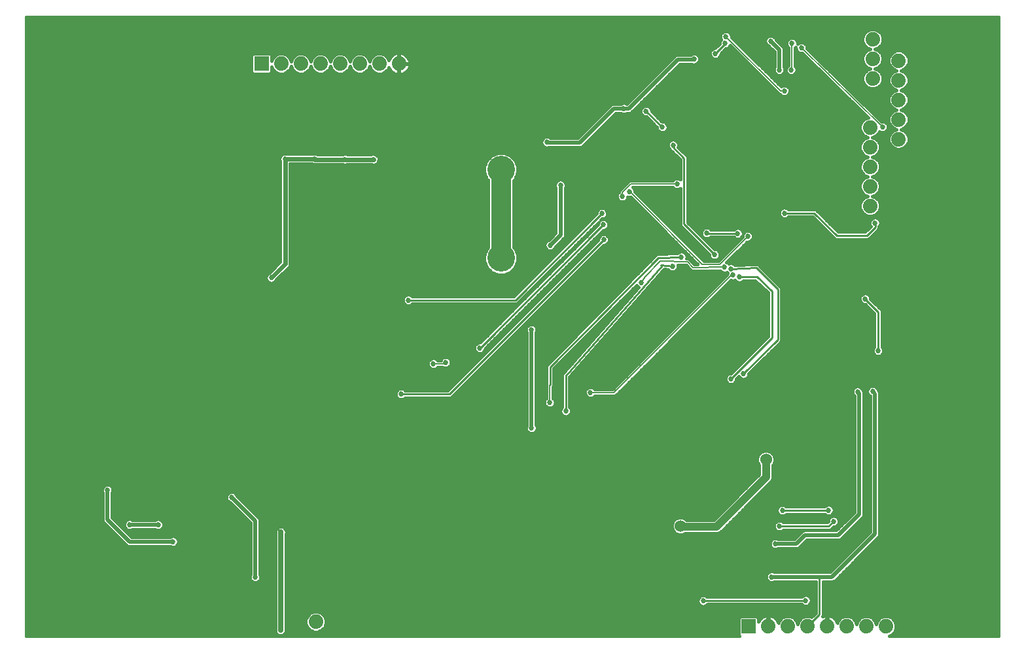
<source format=gbl>
G75*
%MOIN*%
%OFA0B0*%
%FSLAX24Y24*%
%IPPOS*%
%LPD*%
%AMOC8*
5,1,8,0,0,1.08239X$1,22.5*
%
%ADD10R,0.0740X0.0740*%
%ADD11C,0.0740*%
%ADD12C,0.0270*%
%ADD13C,0.0160*%
%ADD14C,0.0340*%
%ADD15C,0.1650*%
%ADD16C,0.1400*%
%ADD17C,0.1000*%
%ADD18C,0.0200*%
%ADD19C,0.0600*%
%ADD20C,0.0400*%
%ADD21C,0.0100*%
%ADD22C,0.0060*%
%ADD23C,0.0220*%
%ADD24C,0.0250*%
D10*
X037840Y006229D03*
X013030Y034899D03*
D11*
X014030Y034899D03*
X015030Y034899D03*
X016030Y034899D03*
X017030Y034899D03*
X018030Y034899D03*
X019030Y034899D03*
X020030Y034899D03*
X044160Y035139D03*
X044160Y034139D03*
X045490Y034059D03*
X045490Y033059D03*
X045490Y032059D03*
X045490Y031059D03*
X044030Y030649D03*
X044030Y029649D03*
X044030Y028649D03*
X044030Y027649D03*
X044030Y031649D03*
X045490Y035059D03*
X044160Y036139D03*
X043840Y006229D03*
X042840Y006229D03*
X041840Y006229D03*
X040840Y006229D03*
X039840Y006229D03*
X038840Y006229D03*
X044840Y006229D03*
X015800Y006469D03*
D12*
X014000Y006039D03*
X012030Y006799D03*
X011030Y006799D03*
X010030Y006799D03*
X012710Y008739D03*
X011530Y010399D03*
X014020Y011029D03*
X011520Y012799D03*
X009130Y013499D03*
X009130Y013899D03*
X009130Y014299D03*
X008530Y014299D03*
X008530Y013899D03*
X008530Y013499D03*
X007930Y013499D03*
X007930Y013899D03*
X007930Y014299D03*
X006930Y015249D03*
X005180Y013179D03*
X006310Y011419D03*
X007760Y011419D03*
X008520Y010559D03*
X020140Y018069D03*
X021780Y019619D03*
X022410Y019679D03*
X024150Y020419D03*
X026780Y021339D03*
X029790Y018149D03*
X028530Y017199D03*
X027720Y017639D03*
X026790Y016339D03*
X025030Y014899D03*
X034835Y022493D03*
X035330Y021998D03*
X035896Y022563D03*
X035401Y023058D03*
X035966Y023624D03*
X036461Y023129D03*
X037030Y024129D03*
X036950Y024459D03*
X036610Y024529D03*
X036110Y025169D03*
X035330Y024260D03*
X034764Y023695D03*
X034199Y023129D03*
X033960Y024589D03*
X034420Y025059D03*
X035710Y026269D03*
X037290Y026259D03*
X037800Y026099D03*
X037030Y027299D03*
X039670Y027289D03*
X039230Y024499D03*
X040830Y024499D03*
X043780Y022919D03*
X043780Y021059D03*
X044440Y020279D03*
X044160Y018209D03*
X043400Y018189D03*
X041930Y016599D03*
X039430Y016399D03*
X037580Y019099D03*
X036940Y018849D03*
X038860Y019949D03*
X037370Y024029D03*
X032360Y023759D03*
X030460Y025929D03*
X030440Y026699D03*
X030370Y027269D03*
X031410Y028139D03*
X031770Y028379D03*
X034200Y028769D03*
X034000Y030759D03*
X033450Y031669D03*
X032620Y032479D03*
X031490Y032619D03*
X029540Y032529D03*
X027560Y030899D03*
X028260Y028719D03*
X027730Y025649D03*
X020510Y022859D03*
X019030Y023799D03*
X018530Y027399D03*
X016780Y027399D03*
X015030Y027399D03*
X013280Y027399D03*
X014230Y030049D03*
X015730Y030049D03*
X017280Y030024D03*
X018730Y030024D03*
X013530Y023999D03*
X035060Y035129D03*
X035730Y034499D03*
X036150Y035419D03*
X036650Y035939D03*
X036690Y036279D03*
X038960Y036049D03*
X040050Y035939D03*
X040530Y035709D03*
X040020Y034589D03*
X039400Y034589D03*
X038830Y034499D03*
X039660Y033509D03*
X044660Y031679D03*
X044290Y026789D03*
X043830Y026759D03*
X042930Y012699D03*
X041920Y012159D03*
X042170Y011589D03*
X041630Y012699D03*
X040930Y012699D03*
X039560Y012139D03*
X039410Y011339D03*
X039200Y010439D03*
X040930Y010399D03*
X040930Y009799D03*
X042630Y009949D03*
X042930Y010149D03*
X040750Y007559D03*
X039010Y008759D03*
X035530Y007529D03*
D13*
X001030Y005749D02*
X001030Y037289D01*
X050570Y037289D01*
X050570Y005749D01*
X045014Y005749D01*
X045129Y005797D01*
X045272Y005940D01*
X045350Y006128D01*
X045350Y006330D01*
X045272Y006518D01*
X045129Y006661D01*
X044941Y006739D01*
X044739Y006739D01*
X044551Y006661D01*
X044408Y006518D01*
X044340Y006355D01*
X044272Y006518D01*
X044129Y006661D01*
X043941Y006739D01*
X043739Y006739D01*
X043551Y006661D01*
X043408Y006518D01*
X043340Y006355D01*
X043272Y006518D01*
X043129Y006661D01*
X042941Y006739D01*
X042739Y006739D01*
X042551Y006661D01*
X042408Y006518D01*
X042361Y006405D01*
X042350Y006440D01*
X042310Y006517D01*
X042260Y006587D01*
X042198Y006649D01*
X042128Y006699D01*
X042051Y006739D01*
X041969Y006765D01*
X041883Y006779D01*
X041860Y006779D01*
X041860Y006249D01*
X041820Y006249D01*
X041820Y006779D01*
X041797Y006779D01*
X041711Y006765D01*
X041629Y006739D01*
X041608Y006728D01*
X041640Y006760D01*
X041640Y008519D01*
X042138Y008519D01*
X042226Y008556D01*
X044416Y010746D01*
X044483Y010813D01*
X044520Y010901D01*
X044520Y018137D01*
X044483Y018225D01*
X044428Y018280D01*
X044393Y018365D01*
X044316Y018442D01*
X044215Y018484D01*
X044105Y018484D01*
X044004Y018442D01*
X043927Y018365D01*
X043885Y018264D01*
X043885Y018154D01*
X043927Y018053D01*
X044004Y017976D01*
X044040Y017961D01*
X044040Y011048D01*
X041991Y008999D01*
X039149Y008999D01*
X039065Y009034D01*
X038955Y009034D01*
X038854Y008992D01*
X038777Y008915D01*
X038735Y008814D01*
X038735Y008704D01*
X038777Y008603D01*
X038854Y008526D01*
X038955Y008484D01*
X039065Y008484D01*
X039149Y008519D01*
X041260Y008519D01*
X041260Y006918D01*
X041040Y006698D01*
X040941Y006739D01*
X040739Y006739D01*
X040551Y006661D01*
X040408Y006518D01*
X040340Y006355D01*
X040272Y006518D01*
X040129Y006661D01*
X039941Y006739D01*
X039739Y006739D01*
X039551Y006661D01*
X039408Y006518D01*
X039361Y006405D01*
X039350Y006440D01*
X039310Y006517D01*
X039260Y006587D01*
X039198Y006649D01*
X039128Y006699D01*
X039051Y006739D01*
X038969Y006765D01*
X038883Y006779D01*
X038860Y006779D01*
X038860Y006249D01*
X038820Y006249D01*
X038820Y006779D01*
X038797Y006779D01*
X038711Y006765D01*
X038629Y006739D01*
X038552Y006699D01*
X038482Y006649D01*
X038420Y006587D01*
X038370Y006517D01*
X038350Y006479D01*
X038350Y006657D01*
X038268Y006739D01*
X037412Y006739D01*
X037330Y006657D01*
X037330Y005801D01*
X037382Y005749D01*
X001030Y005749D01*
X001030Y005836D02*
X013814Y005836D01*
X013844Y005806D02*
X013945Y005764D01*
X014055Y005764D01*
X014156Y005806D01*
X014233Y005883D01*
X014243Y005907D01*
X014245Y005909D01*
X014285Y006006D01*
X014285Y010950D01*
X014295Y010974D01*
X014295Y011084D01*
X014253Y011185D01*
X014176Y011262D01*
X014075Y011304D01*
X013965Y011304D01*
X013864Y011262D01*
X013787Y011185D01*
X013745Y011084D01*
X013745Y010974D01*
X013755Y010950D01*
X013755Y006166D01*
X013725Y006094D01*
X013725Y005984D01*
X013767Y005883D01*
X013844Y005806D01*
X013725Y005995D02*
X001030Y005995D01*
X001030Y006153D02*
X013750Y006153D01*
X013755Y006312D02*
X001030Y006312D01*
X001030Y006470D02*
X013755Y006470D01*
X013755Y006629D02*
X001030Y006629D01*
X001030Y006787D02*
X013755Y006787D01*
X013755Y006946D02*
X001030Y006946D01*
X001030Y007104D02*
X013755Y007104D01*
X013755Y007263D02*
X001030Y007263D01*
X001030Y007421D02*
X013755Y007421D01*
X013755Y007580D02*
X001030Y007580D01*
X001030Y007738D02*
X013755Y007738D01*
X013755Y007897D02*
X001030Y007897D01*
X001030Y008055D02*
X013755Y008055D01*
X013755Y008214D02*
X001030Y008214D01*
X001030Y008372D02*
X013755Y008372D01*
X013755Y008531D02*
X012890Y008531D01*
X012866Y008506D02*
X012943Y008583D01*
X012985Y008684D01*
X012985Y008794D01*
X012950Y008878D01*
X012950Y011657D01*
X012913Y011745D01*
X011788Y012870D01*
X011753Y012955D01*
X011676Y013032D01*
X011575Y013074D01*
X011465Y013074D01*
X011364Y013032D01*
X011287Y012955D01*
X011245Y012854D01*
X011245Y012744D01*
X011287Y012643D01*
X011364Y012566D01*
X011449Y012531D01*
X012470Y011510D01*
X012470Y008878D01*
X012435Y008794D01*
X012435Y008684D01*
X012477Y008583D01*
X012554Y008506D01*
X012655Y008464D01*
X012765Y008464D01*
X012866Y008506D01*
X012985Y008689D02*
X013755Y008689D01*
X013755Y008848D02*
X012963Y008848D01*
X012950Y009006D02*
X013755Y009006D01*
X013755Y009165D02*
X012950Y009165D01*
X012950Y009323D02*
X013755Y009323D01*
X013755Y009482D02*
X012950Y009482D01*
X012950Y009640D02*
X013755Y009640D01*
X013755Y009799D02*
X012950Y009799D01*
X012950Y009957D02*
X013755Y009957D01*
X013755Y010116D02*
X012950Y010116D01*
X012950Y010274D02*
X013755Y010274D01*
X013755Y010433D02*
X012950Y010433D01*
X012950Y010591D02*
X013755Y010591D01*
X013755Y010750D02*
X012950Y010750D01*
X012950Y010908D02*
X013755Y010908D01*
X013745Y011067D02*
X012950Y011067D01*
X012950Y011225D02*
X013827Y011225D01*
X014213Y011225D02*
X033945Y011225D01*
X033930Y011261D02*
X033997Y011100D01*
X034121Y010976D01*
X034282Y010909D01*
X034458Y010909D01*
X034619Y010976D01*
X034622Y010979D01*
X036278Y010979D01*
X036403Y011031D01*
X036498Y011126D01*
X039018Y013646D01*
X039070Y013771D01*
X039070Y014447D01*
X039103Y014480D01*
X039170Y014641D01*
X039170Y014817D01*
X039103Y014978D01*
X038979Y015102D01*
X038818Y015169D01*
X038642Y015169D01*
X038481Y015102D01*
X038357Y014978D01*
X038290Y014817D01*
X038290Y014641D01*
X038357Y014480D01*
X038390Y014447D01*
X038390Y013980D01*
X036069Y011659D01*
X034682Y011659D01*
X034619Y011722D01*
X034458Y011789D01*
X034282Y011789D01*
X034121Y011722D01*
X033997Y011598D01*
X033930Y011437D01*
X033930Y011261D01*
X033930Y011384D02*
X012950Y011384D01*
X012950Y011542D02*
X033974Y011542D01*
X034099Y011701D02*
X012932Y011701D01*
X012799Y011859D02*
X036269Y011859D01*
X036111Y011701D02*
X034641Y011701D01*
X034030Y011067D02*
X014295Y011067D01*
X014285Y010908D02*
X040400Y010908D01*
X040517Y011025D02*
X040171Y010679D01*
X039339Y010679D01*
X039255Y010714D01*
X039145Y010714D01*
X039044Y010672D01*
X038967Y010595D01*
X038925Y010494D01*
X038925Y010384D01*
X038967Y010283D01*
X039044Y010206D01*
X039145Y010164D01*
X039255Y010164D01*
X039339Y010199D01*
X040318Y010199D01*
X040406Y010236D01*
X040819Y010649D01*
X042458Y010649D01*
X042546Y010686D01*
X043606Y011746D01*
X043673Y011813D01*
X043710Y011901D01*
X043710Y018167D01*
X043673Y018255D01*
X043668Y018260D01*
X043633Y018345D01*
X043556Y018422D01*
X043455Y018464D01*
X043345Y018464D01*
X043244Y018422D01*
X043167Y018345D01*
X043125Y018244D01*
X043125Y018134D01*
X043167Y018033D01*
X043230Y017970D01*
X043230Y012048D01*
X042311Y011129D01*
X040672Y011129D01*
X040584Y011092D01*
X040517Y011025D01*
X040558Y011067D02*
X039471Y011067D01*
X039465Y011064D02*
X039566Y011106D01*
X039609Y011149D01*
X041999Y011149D01*
X042164Y011314D01*
X042225Y011314D01*
X042326Y011356D01*
X042403Y011433D01*
X042445Y011534D01*
X042445Y011644D01*
X042403Y011745D01*
X042326Y011822D01*
X042225Y011864D01*
X042115Y011864D01*
X042014Y011822D01*
X041937Y011745D01*
X041895Y011644D01*
X041895Y011583D01*
X041841Y011529D01*
X039609Y011529D01*
X039566Y011572D01*
X039465Y011614D01*
X039355Y011614D01*
X039254Y011572D01*
X039177Y011495D01*
X039135Y011394D01*
X039135Y011284D01*
X039177Y011183D01*
X039254Y011106D01*
X039355Y011064D01*
X039465Y011064D01*
X039349Y011067D02*
X036438Y011067D01*
X036597Y011225D02*
X039160Y011225D01*
X039135Y011384D02*
X036755Y011384D01*
X036914Y011542D02*
X039224Y011542D01*
X039596Y011542D02*
X041854Y011542D01*
X041919Y011701D02*
X037072Y011701D01*
X037231Y011859D02*
X042103Y011859D01*
X042076Y011926D02*
X042153Y012003D01*
X042195Y012104D01*
X042195Y012214D01*
X042153Y012315D01*
X042076Y012392D01*
X041975Y012434D01*
X041865Y012434D01*
X041764Y012392D01*
X041701Y012329D01*
X039759Y012329D01*
X039716Y012372D01*
X039615Y012414D01*
X039505Y012414D01*
X039404Y012372D01*
X039327Y012295D01*
X039285Y012194D01*
X039285Y012084D01*
X039327Y011983D01*
X039404Y011906D01*
X039505Y011864D01*
X039615Y011864D01*
X039716Y011906D01*
X039759Y011949D01*
X041741Y011949D01*
X041764Y011926D01*
X041865Y011884D01*
X041975Y011884D01*
X042076Y011926D01*
X042159Y012018D02*
X043199Y012018D01*
X043230Y012176D02*
X042195Y012176D01*
X042133Y012335D02*
X043230Y012335D01*
X043230Y012493D02*
X037865Y012493D01*
X038023Y012652D02*
X043230Y012652D01*
X043230Y012810D02*
X038182Y012810D01*
X038340Y012969D02*
X043230Y012969D01*
X043230Y013127D02*
X038499Y013127D01*
X038657Y013286D02*
X043230Y013286D01*
X043230Y013444D02*
X038816Y013444D01*
X038974Y013603D02*
X043230Y013603D01*
X043230Y013761D02*
X039066Y013761D01*
X039070Y013920D02*
X043230Y013920D01*
X043230Y014078D02*
X039070Y014078D01*
X039070Y014237D02*
X043230Y014237D01*
X043230Y014395D02*
X039070Y014395D01*
X039134Y014554D02*
X043230Y014554D01*
X043230Y014712D02*
X039170Y014712D01*
X039148Y014871D02*
X043230Y014871D01*
X043230Y015029D02*
X039052Y015029D01*
X038408Y015029D02*
X001030Y015029D01*
X001030Y014871D02*
X038312Y014871D01*
X038290Y014712D02*
X001030Y014712D01*
X001030Y014554D02*
X038326Y014554D01*
X038390Y014395D02*
X001030Y014395D01*
X001030Y014237D02*
X038390Y014237D01*
X038390Y014078D02*
X001030Y014078D01*
X001030Y013920D02*
X038330Y013920D01*
X038171Y013761D02*
X001030Y013761D01*
X001030Y013603D02*
X038013Y013603D01*
X037854Y013444D02*
X005259Y013444D01*
X005235Y013454D02*
X005125Y013454D01*
X005024Y013412D01*
X004947Y013335D01*
X004905Y013234D01*
X004905Y013124D01*
X004940Y013040D01*
X004940Y011621D01*
X004977Y011533D01*
X006097Y010413D01*
X006164Y010346D01*
X006252Y010309D01*
X008405Y010309D01*
X008465Y010284D01*
X008575Y010284D01*
X008676Y010326D01*
X008753Y010403D01*
X008795Y010504D01*
X008795Y010614D01*
X008753Y010715D01*
X008676Y010792D01*
X008575Y010834D01*
X008465Y010834D01*
X008364Y010792D01*
X008361Y010789D01*
X006399Y010789D01*
X005420Y011768D01*
X005420Y013040D01*
X005455Y013124D01*
X005455Y013234D01*
X005413Y013335D01*
X005336Y013412D01*
X005235Y013454D01*
X005101Y013444D02*
X001030Y013444D01*
X001030Y013286D02*
X004926Y013286D01*
X004905Y013127D02*
X001030Y013127D01*
X001030Y012969D02*
X004940Y012969D01*
X004940Y012810D02*
X001030Y012810D01*
X001030Y012652D02*
X004940Y012652D01*
X004940Y012493D02*
X001030Y012493D01*
X001030Y012335D02*
X004940Y012335D01*
X004940Y012176D02*
X001030Y012176D01*
X001030Y012018D02*
X004940Y012018D01*
X004940Y011859D02*
X001030Y011859D01*
X001030Y011701D02*
X004940Y011701D01*
X004973Y011542D02*
X001030Y011542D01*
X001030Y011384D02*
X005126Y011384D01*
X005285Y011225D02*
X001030Y011225D01*
X001030Y011067D02*
X005443Y011067D01*
X005602Y010908D02*
X001030Y010908D01*
X001030Y010750D02*
X005760Y010750D01*
X005919Y010591D02*
X001030Y010591D01*
X001030Y010433D02*
X006077Y010433D01*
X006280Y010908D02*
X012470Y010908D01*
X012470Y010750D02*
X008718Y010750D01*
X008795Y010591D02*
X012470Y010591D01*
X012470Y010433D02*
X008765Y010433D01*
X007955Y011225D02*
X012470Y011225D01*
X012470Y011067D02*
X006122Y011067D01*
X006154Y011186D02*
X006255Y011144D01*
X006365Y011144D01*
X006449Y011179D01*
X007621Y011179D01*
X007705Y011144D01*
X007815Y011144D01*
X007916Y011186D01*
X007993Y011263D01*
X008035Y011364D01*
X008035Y011474D01*
X007993Y011575D01*
X007916Y011652D01*
X007815Y011694D01*
X007705Y011694D01*
X007621Y011659D01*
X006449Y011659D01*
X006365Y011694D01*
X006255Y011694D01*
X006154Y011652D01*
X006077Y011575D01*
X006035Y011474D01*
X006035Y011364D01*
X006077Y011263D01*
X006154Y011186D01*
X006115Y011225D02*
X005963Y011225D01*
X006035Y011384D02*
X005805Y011384D01*
X005646Y011542D02*
X006063Y011542D01*
X005488Y011701D02*
X012279Y011701D01*
X012121Y011859D02*
X005420Y011859D01*
X005420Y012018D02*
X011962Y012018D01*
X011804Y012176D02*
X005420Y012176D01*
X005420Y012335D02*
X011645Y012335D01*
X011487Y012493D02*
X005420Y012493D01*
X005420Y012652D02*
X011283Y012652D01*
X011245Y012810D02*
X005420Y012810D01*
X005420Y012969D02*
X011301Y012969D01*
X011739Y012969D02*
X037379Y012969D01*
X037537Y013127D02*
X005455Y013127D01*
X005434Y013286D02*
X037696Y013286D01*
X037220Y012810D02*
X011848Y012810D01*
X012007Y012652D02*
X037062Y012652D01*
X036903Y012493D02*
X012165Y012493D01*
X012324Y012335D02*
X036745Y012335D01*
X036586Y012176D02*
X012482Y012176D01*
X012641Y012018D02*
X036428Y012018D01*
X037389Y012018D02*
X039313Y012018D01*
X039285Y012176D02*
X037548Y012176D01*
X037706Y012335D02*
X039367Y012335D01*
X039753Y012335D02*
X041707Y012335D01*
X042237Y011859D02*
X043041Y011859D01*
X042882Y011701D02*
X042421Y011701D01*
X042445Y011542D02*
X042724Y011542D01*
X042565Y011384D02*
X042353Y011384D01*
X042407Y011225D02*
X042075Y011225D01*
X042610Y010750D02*
X043741Y010750D01*
X043900Y010908D02*
X042768Y010908D01*
X042927Y011067D02*
X044040Y011067D01*
X044040Y011225D02*
X043085Y011225D01*
X043244Y011384D02*
X044040Y011384D01*
X044040Y011542D02*
X043402Y011542D01*
X043561Y011701D02*
X044040Y011701D01*
X044040Y011859D02*
X043692Y011859D01*
X043710Y012018D02*
X044040Y012018D01*
X044040Y012176D02*
X043710Y012176D01*
X043710Y012335D02*
X044040Y012335D01*
X044040Y012493D02*
X043710Y012493D01*
X043710Y012652D02*
X044040Y012652D01*
X044040Y012810D02*
X043710Y012810D01*
X043710Y012969D02*
X044040Y012969D01*
X044040Y013127D02*
X043710Y013127D01*
X043710Y013286D02*
X044040Y013286D01*
X044040Y013444D02*
X043710Y013444D01*
X043710Y013603D02*
X044040Y013603D01*
X044040Y013761D02*
X043710Y013761D01*
X043710Y013920D02*
X044040Y013920D01*
X044040Y014078D02*
X043710Y014078D01*
X043710Y014237D02*
X044040Y014237D01*
X044040Y014395D02*
X043710Y014395D01*
X043710Y014554D02*
X044040Y014554D01*
X044040Y014712D02*
X043710Y014712D01*
X043710Y014871D02*
X044040Y014871D01*
X044040Y015029D02*
X043710Y015029D01*
X043710Y015188D02*
X044040Y015188D01*
X044040Y015346D02*
X043710Y015346D01*
X043710Y015505D02*
X044040Y015505D01*
X044040Y015663D02*
X043710Y015663D01*
X043710Y015822D02*
X044040Y015822D01*
X044040Y015980D02*
X043710Y015980D01*
X043710Y016139D02*
X044040Y016139D01*
X044040Y016297D02*
X043710Y016297D01*
X043710Y016456D02*
X044040Y016456D01*
X044040Y016614D02*
X043710Y016614D01*
X043710Y016773D02*
X044040Y016773D01*
X044040Y016931D02*
X043710Y016931D01*
X043710Y017090D02*
X044040Y017090D01*
X044040Y017248D02*
X043710Y017248D01*
X043710Y017407D02*
X044040Y017407D01*
X044040Y017565D02*
X043710Y017565D01*
X043710Y017724D02*
X044040Y017724D01*
X044040Y017882D02*
X043710Y017882D01*
X043710Y018041D02*
X043940Y018041D01*
X043885Y018199D02*
X043697Y018199D01*
X043620Y018358D02*
X043924Y018358D01*
X044396Y018358D02*
X050570Y018358D01*
X050570Y018516D02*
X031597Y018516D01*
X031439Y018358D02*
X043180Y018358D01*
X043125Y018199D02*
X031280Y018199D01*
X031122Y018041D02*
X043164Y018041D01*
X043230Y017882D02*
X029864Y017882D01*
X029845Y017874D02*
X029946Y017916D01*
X030009Y017979D01*
X031060Y017979D01*
X036947Y023866D01*
X036975Y023854D01*
X037085Y023854D01*
X037136Y023875D01*
X037137Y023873D01*
X037214Y023796D01*
X037315Y023754D01*
X037425Y023754D01*
X037526Y023796D01*
X037569Y023839D01*
X038185Y023839D01*
X038840Y023227D01*
X038840Y021018D01*
X036946Y019124D01*
X036885Y019124D01*
X036784Y019082D01*
X036707Y019005D01*
X036665Y018904D01*
X036665Y018794D01*
X036707Y018693D01*
X036784Y018616D01*
X036885Y018574D01*
X036995Y018574D01*
X037096Y018616D01*
X037173Y018693D01*
X037215Y018794D01*
X037215Y018855D01*
X037334Y018974D01*
X037347Y018943D01*
X037424Y018866D01*
X037525Y018824D01*
X037635Y018824D01*
X037736Y018866D01*
X037813Y018943D01*
X037855Y019044D01*
X037855Y019105D01*
X039409Y020659D01*
X039520Y020770D01*
X039520Y023478D01*
X038418Y024580D01*
X038417Y024584D01*
X038362Y024635D01*
X038309Y024689D01*
X038305Y024689D01*
X038303Y024691D01*
X038227Y024689D01*
X038151Y024689D01*
X038149Y024687D01*
X037143Y024655D01*
X037106Y024692D01*
X037005Y024734D01*
X036895Y024734D01*
X036824Y024704D01*
X036766Y024762D01*
X036722Y024780D01*
X037765Y025824D01*
X037855Y025824D01*
X037956Y025866D01*
X038033Y025943D01*
X038075Y026044D01*
X038075Y026154D01*
X038033Y026255D01*
X037956Y026332D01*
X037855Y026374D01*
X037745Y026374D01*
X037644Y026332D01*
X037567Y026255D01*
X037565Y026250D01*
X037565Y026314D01*
X037523Y026415D01*
X037446Y026492D01*
X037345Y026534D01*
X037235Y026534D01*
X037134Y026492D01*
X037091Y026449D01*
X035919Y026449D01*
X035866Y026502D01*
X035765Y026544D01*
X035655Y026544D01*
X035554Y026502D01*
X035477Y026425D01*
X035435Y026324D01*
X035435Y026214D01*
X035477Y026113D01*
X035554Y026036D01*
X035655Y025994D01*
X035765Y025994D01*
X035866Y026036D01*
X035899Y026069D01*
X037091Y026069D01*
X037134Y026026D01*
X037235Y025984D01*
X037345Y025984D01*
X037446Y026026D01*
X037523Y026103D01*
X037525Y026108D01*
X037525Y026064D01*
X036320Y024859D01*
X035560Y024859D01*
X032045Y028374D01*
X032045Y028434D01*
X032003Y028535D01*
X031939Y028599D01*
X033981Y028599D01*
X034044Y028536D01*
X034145Y028494D01*
X034255Y028494D01*
X034356Y028536D01*
X034360Y028540D01*
X034360Y026650D01*
X034471Y026539D01*
X035835Y025175D01*
X035835Y025114D01*
X035877Y025013D01*
X035954Y024936D01*
X036055Y024894D01*
X036165Y024894D01*
X036266Y024936D01*
X036343Y025013D01*
X036385Y025114D01*
X036385Y025224D01*
X036343Y025325D01*
X036266Y025402D01*
X036165Y025444D01*
X036104Y025444D01*
X034740Y026808D01*
X034740Y030168D01*
X034254Y030654D01*
X034275Y030704D01*
X034275Y030814D01*
X034233Y030915D01*
X034156Y030992D01*
X034055Y031034D01*
X033945Y031034D01*
X033844Y030992D01*
X033767Y030915D01*
X033725Y030814D01*
X033725Y030704D01*
X033767Y030603D01*
X033844Y030526D01*
X033845Y030526D01*
X033921Y030449D01*
X034360Y030010D01*
X034360Y028998D01*
X034356Y029002D01*
X034255Y029044D01*
X034145Y029044D01*
X034044Y029002D01*
X033981Y028939D01*
X031760Y028939D01*
X031660Y028839D01*
X031240Y028419D01*
X031240Y028358D01*
X031177Y028295D01*
X031135Y028194D01*
X031135Y028084D01*
X031177Y027983D01*
X031254Y027906D01*
X031355Y027864D01*
X031465Y027864D01*
X031566Y027906D01*
X031643Y027983D01*
X031685Y028084D01*
X031685Y028117D01*
X031715Y028104D01*
X031825Y028104D01*
X031832Y028107D01*
X035257Y024682D01*
X035090Y024680D01*
X034852Y024917D01*
X034805Y024967D01*
X034802Y024967D01*
X034800Y024969D01*
X034732Y024969D01*
X034681Y024970D01*
X034695Y025004D01*
X034695Y025114D01*
X034653Y025215D01*
X034576Y025292D01*
X034475Y025334D01*
X034365Y025334D01*
X034264Y025292D01*
X034212Y025240D01*
X033246Y025199D01*
X033171Y025199D01*
X033168Y025196D01*
X033163Y025195D01*
X033113Y025140D01*
X027595Y019583D01*
X027540Y019528D01*
X027540Y019527D01*
X027540Y019449D01*
X027540Y018628D01*
X027530Y018618D01*
X027530Y018460D01*
X027550Y018440D01*
X027550Y017858D01*
X027487Y017795D01*
X027445Y017694D01*
X027445Y017584D01*
X027487Y017483D01*
X027564Y017406D01*
X027665Y017364D01*
X027775Y017364D01*
X027876Y017406D01*
X027953Y017483D01*
X027995Y017584D01*
X027995Y017694D01*
X027953Y017795D01*
X027890Y017858D01*
X027890Y018440D01*
X027920Y018470D01*
X027920Y019371D01*
X032125Y023607D01*
X032127Y023603D01*
X032204Y023526D01*
X032233Y023514D01*
X028391Y019129D01*
X028340Y019078D01*
X028340Y019070D01*
X028335Y019065D01*
X028340Y018993D01*
X028340Y017398D01*
X028297Y017355D01*
X028255Y017254D01*
X028255Y017144D01*
X028297Y017043D01*
X028374Y016966D01*
X028475Y016924D01*
X028585Y016924D01*
X028686Y016966D01*
X028763Y017043D01*
X028805Y017144D01*
X028805Y017254D01*
X028763Y017355D01*
X028720Y017398D01*
X028720Y018928D01*
X033521Y024408D01*
X033550Y024419D01*
X033560Y024439D01*
X033739Y024421D01*
X033804Y024356D01*
X033905Y024314D01*
X034015Y024314D01*
X034116Y024356D01*
X034193Y024433D01*
X034235Y024534D01*
X034235Y024643D01*
X034658Y024631D01*
X034851Y024438D01*
X034851Y024436D01*
X034901Y024388D01*
X034950Y024339D01*
X034951Y024339D01*
X034952Y024338D01*
X035021Y024339D01*
X035090Y024339D01*
X035091Y024340D01*
X036394Y024356D01*
X036454Y024296D01*
X036555Y024254D01*
X036665Y024254D01*
X036736Y024284D01*
X036779Y024241D01*
X036755Y024184D01*
X036755Y024154D01*
X030920Y018319D01*
X030009Y018319D01*
X029946Y018382D01*
X029845Y018424D01*
X029735Y018424D01*
X029634Y018382D01*
X029557Y018305D01*
X029515Y018204D01*
X029515Y018094D01*
X029557Y017993D01*
X029634Y017916D01*
X029735Y017874D01*
X029845Y017874D01*
X029716Y017882D02*
X028720Y017882D01*
X028720Y017724D02*
X043230Y017724D01*
X043230Y017565D02*
X028720Y017565D01*
X028720Y017407D02*
X043230Y017407D01*
X043230Y017248D02*
X028805Y017248D01*
X028782Y017090D02*
X043230Y017090D01*
X043230Y016931D02*
X028602Y016931D01*
X028458Y016931D02*
X027020Y016931D01*
X027020Y016773D02*
X043230Y016773D01*
X043230Y016614D02*
X027020Y016614D01*
X027020Y016498D02*
X027020Y021200D01*
X027055Y021284D01*
X027055Y021394D01*
X027013Y021495D01*
X026936Y021572D01*
X026835Y021614D01*
X026725Y021614D01*
X026624Y021572D01*
X026547Y021495D01*
X026505Y021394D01*
X026505Y021284D01*
X026540Y021200D01*
X026540Y016454D01*
X026515Y016394D01*
X026515Y016284D01*
X026557Y016183D01*
X026634Y016106D01*
X026735Y016064D01*
X026845Y016064D01*
X026946Y016106D01*
X027023Y016183D01*
X027065Y016284D01*
X027065Y016394D01*
X027023Y016495D01*
X027020Y016498D01*
X027039Y016456D02*
X043230Y016456D01*
X043230Y016297D02*
X027065Y016297D01*
X026978Y016139D02*
X043230Y016139D01*
X043230Y015980D02*
X001030Y015980D01*
X001030Y015822D02*
X043230Y015822D01*
X043230Y015663D02*
X001030Y015663D01*
X001030Y015505D02*
X043230Y015505D01*
X043230Y015346D02*
X001030Y015346D01*
X001030Y015188D02*
X043230Y015188D01*
X044520Y015188D02*
X050570Y015188D01*
X050570Y015346D02*
X044520Y015346D01*
X044520Y015505D02*
X050570Y015505D01*
X050570Y015663D02*
X044520Y015663D01*
X044520Y015822D02*
X050570Y015822D01*
X050570Y015980D02*
X044520Y015980D01*
X044520Y016139D02*
X050570Y016139D01*
X050570Y016297D02*
X044520Y016297D01*
X044520Y016456D02*
X050570Y016456D01*
X050570Y016614D02*
X044520Y016614D01*
X044520Y016773D02*
X050570Y016773D01*
X050570Y016931D02*
X044520Y016931D01*
X044520Y017090D02*
X050570Y017090D01*
X050570Y017248D02*
X044520Y017248D01*
X044520Y017407D02*
X050570Y017407D01*
X050570Y017565D02*
X044520Y017565D01*
X044520Y017724D02*
X050570Y017724D01*
X050570Y017882D02*
X044520Y017882D01*
X044520Y018041D02*
X050570Y018041D01*
X050570Y018199D02*
X044494Y018199D01*
X044495Y020004D02*
X044596Y020046D01*
X044673Y020123D01*
X044715Y020224D01*
X044715Y020334D01*
X044673Y020435D01*
X044630Y020478D01*
X044630Y022338D01*
X044055Y022913D01*
X044055Y022974D01*
X044013Y023075D01*
X043936Y023152D01*
X043835Y023194D01*
X043725Y023194D01*
X043624Y023152D01*
X043547Y023075D01*
X043505Y022974D01*
X043505Y022864D01*
X043547Y022763D01*
X043624Y022686D01*
X043725Y022644D01*
X043786Y022644D01*
X044250Y022180D01*
X044250Y020478D01*
X044207Y020435D01*
X044165Y020334D01*
X044165Y020224D01*
X044207Y020123D01*
X044284Y020046D01*
X044385Y020004D01*
X044495Y020004D01*
X044651Y020101D02*
X050570Y020101D01*
X050570Y019943D02*
X038692Y019943D01*
X038851Y020101D02*
X044229Y020101D01*
X044165Y020260D02*
X039009Y020260D01*
X039168Y020418D02*
X044200Y020418D01*
X044250Y020577D02*
X039326Y020577D01*
X039485Y020735D02*
X044250Y020735D01*
X044250Y020894D02*
X039520Y020894D01*
X039520Y021052D02*
X044250Y021052D01*
X044250Y021211D02*
X039520Y021211D01*
X039520Y021369D02*
X044250Y021369D01*
X044250Y021528D02*
X039520Y021528D01*
X039520Y021686D02*
X044250Y021686D01*
X044250Y021845D02*
X039520Y021845D01*
X039520Y022003D02*
X044250Y022003D01*
X044250Y022162D02*
X039520Y022162D01*
X039520Y022320D02*
X044110Y022320D01*
X043952Y022479D02*
X039520Y022479D01*
X039520Y022637D02*
X043793Y022637D01*
X043533Y022796D02*
X039520Y022796D01*
X039520Y022954D02*
X043505Y022954D01*
X043585Y023113D02*
X039520Y023113D01*
X039520Y023271D02*
X050570Y023271D01*
X050570Y023113D02*
X043975Y023113D01*
X044055Y022954D02*
X050570Y022954D01*
X050570Y022796D02*
X044172Y022796D01*
X044331Y022637D02*
X050570Y022637D01*
X050570Y022479D02*
X044489Y022479D01*
X044630Y022320D02*
X050570Y022320D01*
X050570Y022162D02*
X044630Y022162D01*
X044630Y022003D02*
X050570Y022003D01*
X050570Y021845D02*
X044630Y021845D01*
X044630Y021686D02*
X050570Y021686D01*
X050570Y021528D02*
X044630Y021528D01*
X044630Y021369D02*
X050570Y021369D01*
X050570Y021211D02*
X044630Y021211D01*
X044630Y021052D02*
X050570Y021052D01*
X050570Y020894D02*
X044630Y020894D01*
X044630Y020735D02*
X050570Y020735D01*
X050570Y020577D02*
X044630Y020577D01*
X044680Y020418D02*
X050570Y020418D01*
X050570Y020260D02*
X044715Y020260D01*
X039520Y023430D02*
X050570Y023430D01*
X050570Y023588D02*
X039410Y023588D01*
X039251Y023747D02*
X050570Y023747D01*
X050570Y023905D02*
X039093Y023905D01*
X038934Y024064D02*
X050570Y024064D01*
X050570Y024222D02*
X038776Y024222D01*
X038617Y024381D02*
X050570Y024381D01*
X050570Y024539D02*
X038459Y024539D01*
X037431Y025490D02*
X050570Y025490D01*
X050570Y025332D02*
X037273Y025332D01*
X037114Y025173D02*
X050570Y025173D01*
X050570Y025015D02*
X036956Y025015D01*
X036797Y024856D02*
X050570Y024856D01*
X050570Y024698D02*
X037093Y024698D01*
X036771Y024222D02*
X033359Y024222D01*
X033497Y024381D02*
X033780Y024381D01*
X034140Y024381D02*
X034908Y024381D01*
X034750Y024539D02*
X034235Y024539D01*
X034695Y025015D02*
X034924Y025015D01*
X034913Y024856D02*
X035083Y024856D01*
X035072Y024698D02*
X035241Y024698D01*
X035405Y025015D02*
X035876Y025015D01*
X035835Y025173D02*
X035246Y025173D01*
X035088Y025332D02*
X035679Y025332D01*
X035520Y025490D02*
X034929Y025490D01*
X034771Y025649D02*
X035362Y025649D01*
X035203Y025807D02*
X034612Y025807D01*
X034454Y025966D02*
X035045Y025966D01*
X034886Y026124D02*
X034295Y026124D01*
X034137Y026283D02*
X034728Y026283D01*
X034569Y026441D02*
X033978Y026441D01*
X033820Y026600D02*
X034411Y026600D01*
X034360Y026758D02*
X033661Y026758D01*
X033503Y026917D02*
X034360Y026917D01*
X034360Y027075D02*
X033344Y027075D01*
X033186Y027234D02*
X034360Y027234D01*
X034360Y027392D02*
X033027Y027392D01*
X032869Y027551D02*
X034360Y027551D01*
X034360Y027709D02*
X032710Y027709D01*
X032552Y027868D02*
X034360Y027868D01*
X034360Y028026D02*
X032393Y028026D01*
X032235Y028185D02*
X034360Y028185D01*
X034360Y028343D02*
X032076Y028343D01*
X032017Y028502D02*
X034127Y028502D01*
X034273Y028502D02*
X034360Y028502D01*
X034740Y028502D02*
X043539Y028502D01*
X043520Y028548D02*
X043598Y028360D01*
X043741Y028217D01*
X043904Y028149D01*
X043741Y028081D01*
X043598Y027938D01*
X043520Y027750D01*
X043520Y027548D01*
X043598Y027360D01*
X043741Y027217D01*
X043929Y027139D01*
X044131Y027139D01*
X044319Y027217D01*
X044462Y027360D01*
X044540Y027548D01*
X044540Y027750D01*
X044462Y027938D01*
X044319Y028081D01*
X044156Y028149D01*
X044319Y028217D01*
X044462Y028360D01*
X044540Y028548D01*
X044540Y028750D01*
X044462Y028938D01*
X044319Y029081D01*
X044156Y029149D01*
X044319Y029217D01*
X044462Y029360D01*
X044540Y029548D01*
X044540Y029750D01*
X044462Y029938D01*
X044319Y030081D01*
X044156Y030149D01*
X044319Y030217D01*
X044462Y030360D01*
X044540Y030548D01*
X044540Y030750D01*
X044462Y030938D01*
X044319Y031081D01*
X044156Y031149D01*
X044319Y031217D01*
X044462Y031360D01*
X044500Y031450D01*
X044504Y031446D01*
X044605Y031404D01*
X044715Y031404D01*
X044816Y031446D01*
X044893Y031523D01*
X044935Y031624D01*
X044935Y031734D01*
X044893Y031835D01*
X044816Y031912D01*
X044715Y031954D01*
X044622Y031954D01*
X040805Y035678D01*
X040805Y035764D01*
X040763Y035865D01*
X040686Y035942D01*
X040585Y035984D01*
X040475Y035984D01*
X040374Y035942D01*
X040325Y035893D01*
X040325Y035994D01*
X040283Y036095D01*
X040206Y036172D01*
X040105Y036214D01*
X039995Y036214D01*
X039894Y036172D01*
X039817Y036095D01*
X039775Y035994D01*
X039775Y035884D01*
X039817Y035783D01*
X039880Y035720D01*
X039880Y034829D01*
X039864Y034822D01*
X039787Y034745D01*
X039745Y034644D01*
X039745Y034534D01*
X039787Y034433D01*
X039864Y034356D01*
X039965Y034314D01*
X040075Y034314D01*
X040176Y034356D01*
X040253Y034433D01*
X040295Y034534D01*
X040295Y034644D01*
X040253Y034745D01*
X040220Y034778D01*
X040220Y035720D01*
X040255Y035755D01*
X040255Y035654D01*
X040297Y035553D01*
X040374Y035476D01*
X040475Y035434D01*
X040568Y035434D01*
X043926Y032158D01*
X043741Y032081D01*
X043598Y031938D01*
X043520Y031750D01*
X043520Y031548D01*
X043598Y031360D01*
X043741Y031217D01*
X043904Y031149D01*
X043741Y031081D01*
X043598Y030938D01*
X043520Y030750D01*
X043520Y030548D01*
X043598Y030360D01*
X043741Y030217D01*
X043904Y030149D01*
X043741Y030081D01*
X043598Y029938D01*
X043520Y029750D01*
X043520Y029548D01*
X043598Y029360D01*
X043741Y029217D01*
X043904Y029149D01*
X043741Y029081D01*
X043598Y028938D01*
X043520Y028750D01*
X043520Y028548D01*
X043520Y028660D02*
X034740Y028660D01*
X034740Y028819D02*
X043548Y028819D01*
X043637Y028977D02*
X034740Y028977D01*
X034740Y029136D02*
X043872Y029136D01*
X043664Y029294D02*
X034740Y029294D01*
X034740Y029453D02*
X043559Y029453D01*
X043520Y029611D02*
X034740Y029611D01*
X034740Y029770D02*
X043528Y029770D01*
X043594Y029928D02*
X034740Y029928D01*
X034740Y030087D02*
X043754Y030087D01*
X043713Y030245D02*
X034663Y030245D01*
X034504Y030404D02*
X043580Y030404D01*
X043520Y030562D02*
X034346Y030562D01*
X034275Y030721D02*
X043520Y030721D01*
X043573Y030879D02*
X034248Y030879D01*
X033752Y030879D02*
X029579Y030879D01*
X029443Y030743D02*
X031079Y032379D01*
X031351Y032379D01*
X031435Y032344D01*
X031545Y032344D01*
X031629Y032379D01*
X031778Y032379D01*
X031866Y032416D01*
X034329Y034879D01*
X034945Y034879D01*
X035005Y034854D01*
X035115Y034854D01*
X035216Y034896D01*
X035293Y034973D01*
X035335Y035074D01*
X035335Y035184D01*
X035293Y035285D01*
X035216Y035362D01*
X035115Y035404D01*
X035005Y035404D01*
X034904Y035362D01*
X034901Y035359D01*
X034182Y035359D01*
X034094Y035322D01*
X034027Y035255D01*
X031631Y032859D01*
X031629Y032859D01*
X031545Y032894D01*
X031435Y032894D01*
X031351Y032859D01*
X030932Y032859D01*
X030844Y032822D01*
X029141Y031119D01*
X027729Y031119D01*
X027716Y031132D01*
X027615Y031174D01*
X027505Y031174D01*
X027404Y031132D01*
X027327Y031055D01*
X027285Y030954D01*
X027285Y030844D01*
X027327Y030743D01*
X027404Y030666D01*
X027505Y030624D01*
X027615Y030624D01*
X027651Y030639D01*
X029288Y030639D01*
X029376Y030676D01*
X029443Y030743D01*
X029421Y030721D02*
X033725Y030721D01*
X033808Y030562D02*
X001030Y030562D01*
X001030Y030404D02*
X033967Y030404D01*
X034125Y030245D02*
X025624Y030245D01*
X025706Y030211D02*
X025397Y030339D01*
X025063Y030339D01*
X024754Y030211D01*
X024518Y029975D01*
X024390Y029666D01*
X024390Y029332D01*
X024518Y029023D01*
X024590Y028951D01*
X024590Y025547D01*
X024518Y025475D01*
X024390Y025166D01*
X024390Y024832D01*
X024518Y024523D01*
X024754Y024287D01*
X025063Y024159D01*
X025397Y024159D01*
X025706Y024287D01*
X025942Y024523D01*
X026070Y024832D01*
X026070Y025166D01*
X025942Y025475D01*
X025870Y025547D01*
X025870Y028951D01*
X025942Y029023D01*
X026070Y029332D01*
X026070Y029666D01*
X025942Y029975D01*
X025706Y030211D01*
X025830Y030087D02*
X034284Y030087D01*
X034360Y029928D02*
X025961Y029928D01*
X026027Y029770D02*
X034360Y029770D01*
X034360Y029611D02*
X026070Y029611D01*
X026070Y029453D02*
X034360Y029453D01*
X034360Y029294D02*
X026054Y029294D01*
X025989Y029136D02*
X034360Y029136D01*
X034019Y028977D02*
X028356Y028977D01*
X028315Y028994D02*
X028205Y028994D01*
X028104Y028952D01*
X028027Y028875D01*
X027985Y028774D01*
X027985Y028664D01*
X028020Y028580D01*
X028020Y026278D01*
X027659Y025917D01*
X027574Y025882D01*
X027497Y025805D01*
X027455Y025704D01*
X027455Y025594D01*
X027497Y025493D01*
X027574Y025416D01*
X027675Y025374D01*
X027785Y025374D01*
X027886Y025416D01*
X027963Y025493D01*
X027998Y025578D01*
X028463Y026043D01*
X028500Y026131D01*
X028500Y028580D01*
X028535Y028664D01*
X028535Y028774D01*
X028493Y028875D01*
X028416Y028952D01*
X028315Y028994D01*
X028164Y028977D02*
X025896Y028977D01*
X025870Y028819D02*
X028004Y028819D01*
X027987Y028660D02*
X025870Y028660D01*
X025870Y028502D02*
X028020Y028502D01*
X028020Y028343D02*
X025870Y028343D01*
X025870Y028185D02*
X028020Y028185D01*
X028020Y028026D02*
X025870Y028026D01*
X025870Y027868D02*
X028020Y027868D01*
X028020Y027709D02*
X025870Y027709D01*
X025870Y027551D02*
X028020Y027551D01*
X028020Y027392D02*
X025870Y027392D01*
X025870Y027234D02*
X028020Y027234D01*
X028020Y027075D02*
X025870Y027075D01*
X025870Y026917D02*
X028020Y026917D01*
X028020Y026758D02*
X025870Y026758D01*
X025870Y026600D02*
X028020Y026600D01*
X028020Y026441D02*
X025870Y026441D01*
X025870Y026283D02*
X028020Y026283D01*
X027866Y026124D02*
X025870Y026124D01*
X025870Y025966D02*
X027707Y025966D01*
X027499Y025807D02*
X025870Y025807D01*
X025870Y025649D02*
X027455Y025649D01*
X027500Y025490D02*
X025927Y025490D01*
X026001Y025332D02*
X028164Y025332D01*
X028322Y025490D02*
X027960Y025490D01*
X028069Y025649D02*
X028481Y025649D01*
X028639Y025807D02*
X028227Y025807D01*
X028386Y025966D02*
X028798Y025966D01*
X028956Y026124D02*
X028497Y026124D01*
X028500Y026283D02*
X029115Y026283D01*
X029273Y026441D02*
X028500Y026441D01*
X028500Y026600D02*
X029432Y026600D01*
X029590Y026758D02*
X028500Y026758D01*
X028500Y026917D02*
X029749Y026917D01*
X029907Y027075D02*
X028500Y027075D01*
X028500Y027234D02*
X030066Y027234D01*
X030095Y027263D02*
X025881Y023049D01*
X020709Y023049D01*
X020666Y023092D01*
X020565Y023134D01*
X020455Y023134D01*
X020354Y023092D01*
X020277Y023015D01*
X020235Y022914D01*
X020235Y022804D01*
X020277Y022703D01*
X020354Y022626D01*
X020455Y022584D01*
X020565Y022584D01*
X020666Y022626D01*
X020709Y022669D01*
X026039Y022669D01*
X030194Y026825D01*
X030165Y026754D01*
X030165Y026693D01*
X024166Y020694D01*
X024095Y020694D01*
X023994Y020652D01*
X023917Y020575D01*
X023875Y020474D01*
X023875Y020364D01*
X023917Y020263D01*
X023994Y020186D01*
X024095Y020144D01*
X024205Y020144D01*
X024306Y020186D01*
X024383Y020263D01*
X024425Y020364D01*
X024425Y020415D01*
X030434Y026424D01*
X030495Y026424D01*
X030596Y026466D01*
X030673Y026543D01*
X030715Y026644D01*
X030715Y026754D01*
X030673Y026855D01*
X030596Y026932D01*
X030495Y026974D01*
X030385Y026974D01*
X030314Y026945D01*
X030364Y026994D01*
X030425Y026994D01*
X030526Y027036D01*
X030603Y027113D01*
X030645Y027214D01*
X030645Y027324D01*
X030603Y027425D01*
X030526Y027502D01*
X030425Y027544D01*
X030315Y027544D01*
X030214Y027502D01*
X030137Y027425D01*
X030095Y027324D01*
X030095Y027263D01*
X030123Y027392D02*
X028500Y027392D01*
X028500Y027551D02*
X032388Y027551D01*
X032230Y027709D02*
X028500Y027709D01*
X028500Y027868D02*
X031347Y027868D01*
X031473Y027868D02*
X032071Y027868D01*
X031913Y028026D02*
X031661Y028026D01*
X031159Y028026D02*
X028500Y028026D01*
X028500Y028185D02*
X031135Y028185D01*
X031225Y028343D02*
X028500Y028343D01*
X028500Y028502D02*
X031322Y028502D01*
X031481Y028660D02*
X028533Y028660D01*
X028516Y028819D02*
X031639Y028819D01*
X032547Y027392D02*
X030617Y027392D01*
X030645Y027234D02*
X032705Y027234D01*
X032864Y027075D02*
X030565Y027075D01*
X030611Y026917D02*
X033022Y026917D01*
X033181Y026758D02*
X030713Y026758D01*
X030696Y026600D02*
X033339Y026600D01*
X033498Y026441D02*
X030536Y026441D01*
X030515Y026204D02*
X030405Y026204D01*
X030304Y026162D01*
X030227Y026085D01*
X030185Y025984D01*
X030185Y025923D01*
X022521Y018259D01*
X020339Y018259D01*
X020296Y018302D01*
X020195Y018344D01*
X020085Y018344D01*
X019984Y018302D01*
X019907Y018225D01*
X019865Y018124D01*
X019865Y018014D01*
X019907Y017913D01*
X019984Y017836D01*
X020085Y017794D01*
X020195Y017794D01*
X020296Y017836D01*
X020339Y017879D01*
X022679Y017879D01*
X030454Y025654D01*
X030515Y025654D01*
X030616Y025696D01*
X030693Y025773D01*
X030735Y025874D01*
X030735Y025984D01*
X030693Y026085D01*
X030616Y026162D01*
X030515Y026204D01*
X030654Y026124D02*
X033815Y026124D01*
X033973Y025966D02*
X030735Y025966D01*
X030707Y025807D02*
X034132Y025807D01*
X034290Y025649D02*
X030448Y025649D01*
X030290Y025490D02*
X034449Y025490D01*
X034481Y025332D02*
X034607Y025332D01*
X034670Y025173D02*
X034766Y025173D01*
X034359Y025332D02*
X030131Y025332D01*
X029973Y025173D02*
X033143Y025173D01*
X032988Y025015D02*
X029814Y025015D01*
X029656Y024856D02*
X032830Y024856D01*
X032673Y024698D02*
X029497Y024698D01*
X029339Y024539D02*
X032516Y024539D01*
X032358Y024381D02*
X029180Y024381D01*
X029022Y024222D02*
X032201Y024222D01*
X032044Y024064D02*
X028863Y024064D01*
X028705Y023905D02*
X031886Y023905D01*
X031729Y023747D02*
X028546Y023747D01*
X028388Y023588D02*
X031572Y023588D01*
X031414Y023430D02*
X028229Y023430D01*
X028071Y023271D02*
X031257Y023271D01*
X031099Y023113D02*
X027912Y023113D01*
X027754Y022954D02*
X030942Y022954D01*
X030785Y022796D02*
X027595Y022796D01*
X027437Y022637D02*
X030627Y022637D01*
X030470Y022479D02*
X027278Y022479D01*
X027120Y022320D02*
X030313Y022320D01*
X030155Y022162D02*
X026961Y022162D01*
X026803Y022003D02*
X029998Y022003D01*
X029841Y021845D02*
X026644Y021845D01*
X026486Y021686D02*
X029683Y021686D01*
X029526Y021528D02*
X026980Y021528D01*
X027055Y021369D02*
X029368Y021369D01*
X029211Y021211D02*
X027024Y021211D01*
X027020Y021052D02*
X029054Y021052D01*
X028896Y020894D02*
X027020Y020894D01*
X027020Y020735D02*
X028739Y020735D01*
X028582Y020577D02*
X027020Y020577D01*
X027020Y020418D02*
X028424Y020418D01*
X028267Y020260D02*
X027020Y020260D01*
X027020Y020101D02*
X028110Y020101D01*
X027952Y019943D02*
X027020Y019943D01*
X027020Y019784D02*
X027795Y019784D01*
X027638Y019626D02*
X027020Y019626D01*
X027020Y019467D02*
X027540Y019467D01*
X027540Y019527D02*
X027540Y019527D01*
X027540Y019309D02*
X027020Y019309D01*
X027020Y019150D02*
X027540Y019150D01*
X027540Y018992D02*
X027020Y018992D01*
X027020Y018833D02*
X027540Y018833D01*
X027540Y018675D02*
X027020Y018675D01*
X027020Y018516D02*
X027530Y018516D01*
X027550Y018358D02*
X027020Y018358D01*
X027020Y018199D02*
X027550Y018199D01*
X027550Y018041D02*
X027020Y018041D01*
X027020Y017882D02*
X027550Y017882D01*
X027457Y017724D02*
X027020Y017724D01*
X027020Y017565D02*
X027453Y017565D01*
X027564Y017407D02*
X027020Y017407D01*
X027020Y017248D02*
X028255Y017248D01*
X028278Y017090D02*
X027020Y017090D01*
X026540Y017090D02*
X001030Y017090D01*
X001030Y017248D02*
X026540Y017248D01*
X026540Y017407D02*
X001030Y017407D01*
X001030Y017565D02*
X026540Y017565D01*
X026540Y017724D02*
X001030Y017724D01*
X001030Y017882D02*
X019938Y017882D01*
X019865Y018041D02*
X001030Y018041D01*
X001030Y018199D02*
X019896Y018199D01*
X021547Y019463D02*
X021624Y019386D01*
X021725Y019344D01*
X021835Y019344D01*
X021936Y019386D01*
X021999Y019449D01*
X022251Y019449D01*
X022254Y019446D01*
X022355Y019404D01*
X022465Y019404D01*
X022566Y019446D01*
X022643Y019523D01*
X022685Y019624D01*
X022685Y019734D01*
X022643Y019835D01*
X022566Y019912D01*
X022465Y019954D01*
X022355Y019954D01*
X022254Y019912D01*
X022177Y019835D01*
X022158Y019789D01*
X021999Y019789D01*
X021936Y019852D01*
X021835Y019894D01*
X021725Y019894D01*
X021624Y019852D01*
X021547Y019775D01*
X021505Y019674D01*
X021505Y019564D01*
X021547Y019463D01*
X021545Y019467D02*
X001030Y019467D01*
X001030Y019309D02*
X023571Y019309D01*
X023729Y019467D02*
X022587Y019467D01*
X022685Y019626D02*
X023888Y019626D01*
X024046Y019784D02*
X022664Y019784D01*
X022492Y019943D02*
X024205Y019943D01*
X024363Y020101D02*
X001030Y020101D01*
X001030Y019943D02*
X022328Y019943D01*
X021556Y019784D02*
X001030Y019784D01*
X001030Y019626D02*
X021505Y019626D01*
X022778Y018516D02*
X001030Y018516D01*
X001030Y018358D02*
X022620Y018358D01*
X022840Y018041D02*
X026540Y018041D01*
X026540Y018199D02*
X022999Y018199D01*
X023157Y018358D02*
X026540Y018358D01*
X026540Y018516D02*
X023316Y018516D01*
X023474Y018675D02*
X026540Y018675D01*
X026540Y018833D02*
X023633Y018833D01*
X023791Y018992D02*
X026540Y018992D01*
X026540Y019150D02*
X023950Y019150D01*
X024108Y019309D02*
X026540Y019309D01*
X026540Y019467D02*
X024267Y019467D01*
X024425Y019626D02*
X026540Y019626D01*
X026540Y019784D02*
X024584Y019784D01*
X024742Y019943D02*
X026540Y019943D01*
X026540Y020101D02*
X024901Y020101D01*
X025059Y020260D02*
X026540Y020260D01*
X026540Y020418D02*
X025218Y020418D01*
X025376Y020577D02*
X026540Y020577D01*
X026540Y020735D02*
X025535Y020735D01*
X025693Y020894D02*
X026540Y020894D01*
X026540Y021052D02*
X025852Y021052D01*
X026010Y021211D02*
X026536Y021211D01*
X026505Y021369D02*
X026169Y021369D01*
X026327Y021528D02*
X026580Y021528D01*
X026107Y021845D02*
X025854Y021845D01*
X025948Y021686D02*
X025696Y021686D01*
X025790Y021528D02*
X025537Y021528D01*
X025631Y021369D02*
X025379Y021369D01*
X025473Y021211D02*
X025220Y021211D01*
X025314Y021052D02*
X025062Y021052D01*
X025156Y020894D02*
X024903Y020894D01*
X024997Y020735D02*
X024745Y020735D01*
X024839Y020577D02*
X024586Y020577D01*
X024680Y020418D02*
X024428Y020418D01*
X024379Y020260D02*
X024522Y020260D01*
X023921Y020260D02*
X001030Y020260D01*
X001030Y020418D02*
X023875Y020418D01*
X023919Y020577D02*
X001030Y020577D01*
X001030Y020735D02*
X024207Y020735D01*
X024366Y020894D02*
X001030Y020894D01*
X001030Y021052D02*
X024524Y021052D01*
X024683Y021211D02*
X001030Y021211D01*
X001030Y021369D02*
X024841Y021369D01*
X025000Y021528D02*
X001030Y021528D01*
X001030Y021686D02*
X025158Y021686D01*
X025317Y021845D02*
X001030Y021845D01*
X001030Y022003D02*
X025475Y022003D01*
X025634Y022162D02*
X001030Y022162D01*
X001030Y022320D02*
X025792Y022320D01*
X025951Y022479D02*
X001030Y022479D01*
X001030Y022637D02*
X020343Y022637D01*
X020239Y022796D02*
X001030Y022796D01*
X001030Y022954D02*
X020252Y022954D01*
X020403Y023113D02*
X001030Y023113D01*
X001030Y023271D02*
X026103Y023271D01*
X025945Y023113D02*
X020617Y023113D01*
X020677Y022637D02*
X026109Y022637D01*
X026165Y022796D02*
X026268Y022796D01*
X026324Y022954D02*
X026426Y022954D01*
X026482Y023113D02*
X026585Y023113D01*
X026641Y023271D02*
X026743Y023271D01*
X026799Y023430D02*
X026902Y023430D01*
X026958Y023588D02*
X027060Y023588D01*
X027116Y023747D02*
X027219Y023747D01*
X027275Y023905D02*
X027377Y023905D01*
X027433Y024064D02*
X027536Y024064D01*
X027592Y024222D02*
X027694Y024222D01*
X027750Y024381D02*
X027853Y024381D01*
X027909Y024539D02*
X028011Y024539D01*
X028067Y024698D02*
X028170Y024698D01*
X028226Y024856D02*
X028328Y024856D01*
X028384Y025015D02*
X028487Y025015D01*
X028543Y025173D02*
X028645Y025173D01*
X028701Y025332D02*
X028804Y025332D01*
X028860Y025490D02*
X028962Y025490D01*
X029018Y025649D02*
X029121Y025649D01*
X029177Y025807D02*
X029279Y025807D01*
X029335Y025966D02*
X029438Y025966D01*
X029494Y026124D02*
X029596Y026124D01*
X029652Y026283D02*
X029755Y026283D01*
X029811Y026441D02*
X029913Y026441D01*
X029969Y026600D02*
X030072Y026600D01*
X030128Y026758D02*
X030167Y026758D01*
X030292Y026283D02*
X033656Y026283D01*
X034790Y026758D02*
X041442Y026758D01*
X041284Y026917D02*
X034740Y026917D01*
X034740Y027075D02*
X039495Y027075D01*
X039514Y027056D02*
X039615Y027014D01*
X039725Y027014D01*
X039826Y027056D01*
X039869Y027099D01*
X041101Y027099D01*
X042140Y026060D01*
X042251Y025949D01*
X043939Y025949D01*
X044379Y026389D01*
X044490Y026500D01*
X044490Y026600D01*
X044523Y026633D01*
X044565Y026734D01*
X044565Y026844D01*
X044523Y026945D01*
X044446Y027022D01*
X044345Y027064D01*
X044235Y027064D01*
X044134Y027022D01*
X044057Y026945D01*
X044015Y026844D01*
X044015Y026734D01*
X044057Y026633D01*
X044071Y026619D01*
X043781Y026329D01*
X042409Y026329D01*
X041259Y027479D01*
X039869Y027479D01*
X039826Y027522D01*
X039725Y027564D01*
X039615Y027564D01*
X039514Y027522D01*
X039437Y027445D01*
X039395Y027344D01*
X039395Y027234D01*
X039437Y027133D01*
X039514Y027056D01*
X039395Y027234D02*
X034740Y027234D01*
X034740Y027392D02*
X039415Y027392D01*
X039583Y027551D02*
X034740Y027551D01*
X034740Y027709D02*
X043520Y027709D01*
X043520Y027551D02*
X039757Y027551D01*
X039845Y027075D02*
X041125Y027075D01*
X041346Y027392D02*
X043584Y027392D01*
X043724Y027234D02*
X041504Y027234D01*
X041663Y027075D02*
X050570Y027075D01*
X050570Y026917D02*
X044535Y026917D01*
X044565Y026758D02*
X050570Y026758D01*
X050570Y026600D02*
X044490Y026600D01*
X044431Y026441D02*
X050570Y026441D01*
X050570Y026283D02*
X044272Y026283D01*
X044114Y026124D02*
X050570Y026124D01*
X050570Y025966D02*
X043955Y025966D01*
X043893Y026441D02*
X042297Y026441D01*
X042138Y026600D02*
X044052Y026600D01*
X044015Y026758D02*
X041980Y026758D01*
X041821Y026917D02*
X044045Y026917D01*
X044336Y027234D02*
X050570Y027234D01*
X050570Y027392D02*
X044476Y027392D01*
X044540Y027551D02*
X050570Y027551D01*
X050570Y027709D02*
X044540Y027709D01*
X044491Y027868D02*
X050570Y027868D01*
X050570Y028026D02*
X044374Y028026D01*
X044241Y028185D02*
X050570Y028185D01*
X050570Y028343D02*
X044445Y028343D01*
X044521Y028502D02*
X050570Y028502D01*
X050570Y028660D02*
X044540Y028660D01*
X044512Y028819D02*
X050570Y028819D01*
X050570Y028977D02*
X044423Y028977D01*
X044188Y029136D02*
X050570Y029136D01*
X050570Y029294D02*
X044396Y029294D01*
X044501Y029453D02*
X050570Y029453D01*
X050570Y029611D02*
X044540Y029611D01*
X044532Y029770D02*
X050570Y029770D01*
X050570Y029928D02*
X044466Y029928D01*
X044306Y030087D02*
X050570Y030087D01*
X050570Y030245D02*
X044347Y030245D01*
X044480Y030404D02*
X050570Y030404D01*
X050570Y030562D02*
X045623Y030562D01*
X045591Y030549D02*
X045779Y030627D01*
X045922Y030770D01*
X046000Y030958D01*
X046000Y031160D01*
X045922Y031348D01*
X045779Y031491D01*
X045616Y031559D01*
X045779Y031627D01*
X045922Y031770D01*
X046000Y031958D01*
X046000Y032160D01*
X045922Y032348D01*
X045779Y032491D01*
X045616Y032559D01*
X045779Y032627D01*
X045922Y032770D01*
X046000Y032958D01*
X046000Y033160D01*
X045922Y033348D01*
X045779Y033491D01*
X045616Y033559D01*
X045779Y033627D01*
X045922Y033770D01*
X046000Y033958D01*
X046000Y034160D01*
X045922Y034348D01*
X045779Y034491D01*
X045616Y034559D01*
X045779Y034627D01*
X045922Y034770D01*
X046000Y034958D01*
X046000Y035160D01*
X045922Y035348D01*
X045779Y035491D01*
X045591Y035569D01*
X045389Y035569D01*
X045201Y035491D01*
X045058Y035348D01*
X044980Y035160D01*
X044980Y034958D01*
X045058Y034770D01*
X045201Y034627D01*
X045364Y034559D01*
X045201Y034491D01*
X045058Y034348D01*
X044980Y034160D01*
X044980Y033958D01*
X045058Y033770D01*
X045201Y033627D01*
X045364Y033559D01*
X045201Y033491D01*
X045058Y033348D01*
X044980Y033160D01*
X044980Y032958D01*
X045058Y032770D01*
X045201Y032627D01*
X045364Y032559D01*
X045201Y032491D01*
X045058Y032348D01*
X044980Y032160D01*
X044980Y031958D01*
X045058Y031770D01*
X045201Y031627D01*
X045364Y031559D01*
X045201Y031491D01*
X045058Y031348D01*
X044980Y031160D01*
X044980Y030958D01*
X045058Y030770D01*
X045201Y030627D01*
X045389Y030549D01*
X045591Y030549D01*
X045357Y030562D02*
X044540Y030562D01*
X044540Y030721D02*
X045107Y030721D01*
X045013Y030879D02*
X044487Y030879D01*
X044363Y031038D02*
X044980Y031038D01*
X044995Y031196D02*
X044269Y031196D01*
X044457Y031355D02*
X045064Y031355D01*
X044883Y031513D02*
X045253Y031513D01*
X045156Y031672D02*
X044935Y031672D01*
X044895Y031830D02*
X045033Y031830D01*
X044980Y031989D02*
X044586Y031989D01*
X044424Y032147D02*
X044980Y032147D01*
X045040Y032306D02*
X044261Y032306D01*
X044099Y032464D02*
X045174Y032464D01*
X045211Y032623D02*
X043936Y032623D01*
X043774Y032781D02*
X045053Y032781D01*
X044987Y032940D02*
X043612Y032940D01*
X043449Y033098D02*
X044980Y033098D01*
X045020Y033257D02*
X043287Y033257D01*
X043124Y033415D02*
X045125Y033415D01*
X045329Y033574D02*
X042962Y033574D01*
X042799Y033732D02*
X043846Y033732D01*
X043871Y033707D02*
X043728Y033850D01*
X043650Y034038D01*
X043650Y034240D01*
X043728Y034428D01*
X043871Y034571D01*
X044034Y034639D01*
X043871Y034707D01*
X043728Y034850D01*
X043650Y035038D01*
X043650Y035240D01*
X043728Y035428D01*
X043871Y035571D01*
X044034Y035639D01*
X043871Y035707D01*
X043728Y035850D01*
X043650Y036038D01*
X043650Y036240D01*
X043728Y036428D01*
X043871Y036571D01*
X044059Y036649D01*
X044261Y036649D01*
X044449Y036571D01*
X044592Y036428D01*
X044670Y036240D01*
X044670Y036038D01*
X044592Y035850D01*
X044449Y035707D01*
X044286Y035639D01*
X044449Y035571D01*
X044592Y035428D01*
X044670Y035240D01*
X044670Y035038D01*
X044592Y034850D01*
X044449Y034707D01*
X044286Y034639D01*
X044449Y034571D01*
X044592Y034428D01*
X044670Y034240D01*
X044670Y034038D01*
X044592Y033850D01*
X044449Y033707D01*
X044261Y033629D01*
X044059Y033629D01*
X043871Y033707D01*
X043711Y033891D02*
X042637Y033891D01*
X042475Y034049D02*
X043650Y034049D01*
X043650Y034208D02*
X042312Y034208D01*
X042150Y034366D02*
X043702Y034366D01*
X043824Y034525D02*
X041987Y034525D01*
X041825Y034683D02*
X043928Y034683D01*
X043736Y034842D02*
X041662Y034842D01*
X041500Y035000D02*
X043666Y035000D01*
X043650Y035159D02*
X041338Y035159D01*
X041175Y035317D02*
X043682Y035317D01*
X043775Y035476D02*
X041013Y035476D01*
X040850Y035634D02*
X044022Y035634D01*
X044298Y035634D02*
X050570Y035634D01*
X050570Y035476D02*
X045795Y035476D01*
X045935Y035317D02*
X050570Y035317D01*
X050570Y035159D02*
X046000Y035159D01*
X046000Y035000D02*
X050570Y035000D01*
X050570Y034842D02*
X045952Y034842D01*
X045835Y034683D02*
X050570Y034683D01*
X050570Y034525D02*
X045699Y034525D01*
X045904Y034366D02*
X050570Y034366D01*
X050570Y034208D02*
X045980Y034208D01*
X046000Y034049D02*
X050570Y034049D01*
X050570Y033891D02*
X045972Y033891D01*
X045884Y033732D02*
X050570Y033732D01*
X050570Y033574D02*
X045651Y033574D01*
X045855Y033415D02*
X050570Y033415D01*
X050570Y033257D02*
X045960Y033257D01*
X046000Y033098D02*
X050570Y033098D01*
X050570Y032940D02*
X045993Y032940D01*
X045927Y032781D02*
X050570Y032781D01*
X050570Y032623D02*
X045769Y032623D01*
X045806Y032464D02*
X050570Y032464D01*
X050570Y032306D02*
X045940Y032306D01*
X046000Y032147D02*
X050570Y032147D01*
X050570Y031989D02*
X046000Y031989D01*
X045947Y031830D02*
X050570Y031830D01*
X050570Y031672D02*
X045824Y031672D01*
X045727Y031513D02*
X050570Y031513D01*
X050570Y031355D02*
X045916Y031355D01*
X045985Y031196D02*
X050570Y031196D01*
X050570Y031038D02*
X046000Y031038D01*
X045967Y030879D02*
X050570Y030879D01*
X050570Y030721D02*
X045873Y030721D01*
X043900Y032147D02*
X033221Y032147D01*
X033379Y031989D02*
X043648Y031989D01*
X043553Y031830D02*
X033678Y031830D01*
X033683Y031825D02*
X033606Y031902D01*
X033505Y031944D01*
X033424Y031944D01*
X032895Y032473D01*
X032895Y032534D01*
X032853Y032635D01*
X032776Y032712D01*
X032675Y032754D01*
X032565Y032754D01*
X032464Y032712D01*
X032387Y032635D01*
X032345Y032534D01*
X032345Y032424D01*
X032387Y032323D01*
X032464Y032246D01*
X032565Y032204D01*
X032626Y032204D01*
X033175Y031655D01*
X033175Y031614D01*
X033217Y031513D01*
X030213Y031513D01*
X030055Y031355D02*
X043603Y031355D01*
X043534Y031513D02*
X033683Y031513D01*
X033725Y031614D01*
X033725Y031724D01*
X033683Y031825D01*
X033725Y031672D02*
X043520Y031672D01*
X043791Y031196D02*
X029896Y031196D01*
X029738Y031038D02*
X043697Y031038D01*
X043774Y032306D02*
X033062Y032306D01*
X032904Y032464D02*
X043612Y032464D01*
X043450Y032623D02*
X032858Y032623D01*
X032382Y032623D02*
X032073Y032623D01*
X032231Y032781D02*
X043287Y032781D01*
X043125Y032940D02*
X032390Y032940D01*
X032548Y033098D02*
X042962Y033098D01*
X042800Y033257D02*
X039769Y033257D01*
X039816Y033276D02*
X039893Y033353D01*
X039935Y033454D01*
X039935Y033564D01*
X039893Y033665D01*
X039816Y033742D01*
X039715Y033784D01*
X039605Y033784D01*
X039504Y033742D01*
X039495Y033733D01*
X036965Y036246D01*
X036965Y036334D01*
X036923Y036435D01*
X036846Y036512D01*
X036745Y036554D01*
X036635Y036554D01*
X036534Y036512D01*
X036457Y036435D01*
X036415Y036334D01*
X036415Y036224D01*
X036453Y036131D01*
X036417Y036095D01*
X036375Y035994D01*
X036375Y035913D01*
X036156Y035694D01*
X036095Y035694D01*
X035994Y035652D01*
X035917Y035575D01*
X035875Y035474D01*
X035875Y035364D01*
X035917Y035263D01*
X035994Y035186D01*
X036095Y035144D01*
X036205Y035144D01*
X036306Y035186D01*
X036383Y035263D01*
X036425Y035364D01*
X036425Y035425D01*
X036664Y035664D01*
X036705Y035664D01*
X036806Y035706D01*
X036883Y035783D01*
X036902Y035829D01*
X039360Y033389D01*
X039410Y033339D01*
X039410Y033339D01*
X039410Y033339D01*
X039441Y033339D01*
X039504Y033276D01*
X039605Y033234D01*
X039715Y033234D01*
X039816Y033276D01*
X039919Y033415D02*
X042637Y033415D01*
X042475Y033574D02*
X039931Y033574D01*
X039826Y033732D02*
X042313Y033732D01*
X042150Y033891D02*
X039337Y033891D01*
X039177Y034049D02*
X041988Y034049D01*
X041825Y034208D02*
X039018Y034208D01*
X038858Y034366D02*
X039234Y034366D01*
X039244Y034356D02*
X039345Y034314D01*
X039455Y034314D01*
X039556Y034356D01*
X039633Y034433D01*
X039675Y034534D01*
X039675Y034644D01*
X039640Y034728D01*
X039640Y035657D01*
X039603Y035745D01*
X039228Y036120D01*
X039193Y036205D01*
X039116Y036282D01*
X039015Y036324D01*
X038905Y036324D01*
X038804Y036282D01*
X038727Y036205D01*
X038685Y036104D01*
X038685Y035994D01*
X038727Y035893D01*
X038804Y035816D01*
X038889Y035781D01*
X039160Y035510D01*
X039160Y034728D01*
X039125Y034644D01*
X039125Y034534D01*
X039167Y034433D01*
X039244Y034356D01*
X039129Y034525D02*
X038698Y034525D01*
X038539Y034683D02*
X039141Y034683D01*
X039160Y034842D02*
X038379Y034842D01*
X038219Y035000D02*
X039160Y035000D01*
X039160Y035159D02*
X038060Y035159D01*
X037900Y035317D02*
X039160Y035317D01*
X039160Y035476D02*
X037741Y035476D01*
X037581Y035634D02*
X039036Y035634D01*
X038861Y035793D02*
X037421Y035793D01*
X037262Y035951D02*
X038703Y035951D01*
X038687Y036110D02*
X037102Y036110D01*
X036965Y036268D02*
X038790Y036268D01*
X039130Y036268D02*
X043661Y036268D01*
X043650Y036110D02*
X040268Y036110D01*
X040325Y035951D02*
X040396Y035951D01*
X040664Y035951D02*
X043686Y035951D01*
X043785Y035793D02*
X040793Y035793D01*
X040688Y035317D02*
X040220Y035317D01*
X040220Y035159D02*
X040851Y035159D01*
X041013Y035000D02*
X040220Y035000D01*
X040220Y034842D02*
X041176Y034842D01*
X041338Y034683D02*
X040279Y034683D01*
X040291Y034525D02*
X041500Y034525D01*
X041663Y034366D02*
X040186Y034366D01*
X039854Y034366D02*
X039566Y034366D01*
X039671Y034525D02*
X039749Y034525D01*
X039761Y034683D02*
X039659Y034683D01*
X039640Y034842D02*
X039880Y034842D01*
X039880Y035000D02*
X039640Y035000D01*
X039640Y035159D02*
X039880Y035159D01*
X039880Y035317D02*
X039640Y035317D01*
X039640Y035476D02*
X039880Y035476D01*
X039880Y035634D02*
X039640Y035634D01*
X039556Y035793D02*
X039813Y035793D01*
X039775Y035951D02*
X039397Y035951D01*
X039239Y036110D02*
X039832Y036110D01*
X040220Y035634D02*
X040263Y035634D01*
X040220Y035476D02*
X040375Y035476D01*
X038854Y033891D02*
X033341Y033891D01*
X033499Y034049D02*
X038695Y034049D01*
X038535Y034208D02*
X033658Y034208D01*
X033816Y034366D02*
X038375Y034366D01*
X038216Y034525D02*
X033975Y034525D01*
X034133Y034683D02*
X038056Y034683D01*
X037897Y034842D02*
X034292Y034842D01*
X033930Y035159D02*
X020515Y035159D01*
X020500Y035187D02*
X020450Y035257D01*
X020388Y035319D01*
X020318Y035369D01*
X020241Y035409D01*
X020159Y035435D01*
X020073Y035449D01*
X020050Y035449D01*
X020050Y034919D01*
X020580Y034919D01*
X020580Y034942D01*
X020566Y035028D01*
X020540Y035110D01*
X020500Y035187D01*
X020390Y035317D02*
X034089Y035317D01*
X033772Y035000D02*
X020571Y035000D01*
X020580Y034879D02*
X020050Y034879D01*
X020050Y034349D01*
X020073Y034349D01*
X020159Y034363D01*
X020241Y034389D01*
X020318Y034429D01*
X020388Y034479D01*
X020450Y034541D01*
X020500Y034611D01*
X020540Y034688D01*
X020566Y034770D01*
X020580Y034856D01*
X020580Y034879D01*
X020578Y034842D02*
X033613Y034842D01*
X033455Y034683D02*
X020537Y034683D01*
X020433Y034525D02*
X033296Y034525D01*
X033138Y034366D02*
X020170Y034366D01*
X020050Y034366D02*
X020010Y034366D01*
X020010Y034349D02*
X020010Y034879D01*
X020050Y034879D01*
X020050Y034919D01*
X020010Y034919D01*
X020010Y035449D01*
X019987Y035449D01*
X019901Y035435D01*
X019819Y035409D01*
X019742Y035369D01*
X019672Y035319D01*
X019610Y035257D01*
X019560Y035187D01*
X019520Y035110D01*
X019509Y035075D01*
X019462Y035188D01*
X019319Y035331D01*
X019131Y035409D01*
X018929Y035409D01*
X018741Y035331D01*
X018598Y035188D01*
X018530Y035025D01*
X018462Y035188D01*
X018319Y035331D01*
X018131Y035409D01*
X017929Y035409D01*
X017741Y035331D01*
X017598Y035188D01*
X017530Y035025D01*
X017462Y035188D01*
X017319Y035331D01*
X017131Y035409D01*
X016929Y035409D01*
X016741Y035331D01*
X016598Y035188D01*
X016530Y035025D01*
X016462Y035188D01*
X016319Y035331D01*
X016131Y035409D01*
X015929Y035409D01*
X015741Y035331D01*
X015598Y035188D01*
X015530Y035025D01*
X015462Y035188D01*
X015319Y035331D01*
X015131Y035409D01*
X014929Y035409D01*
X014741Y035331D01*
X014598Y035188D01*
X014530Y035025D01*
X014462Y035188D01*
X014319Y035331D01*
X014131Y035409D01*
X013929Y035409D01*
X013741Y035331D01*
X013598Y035188D01*
X013540Y035049D01*
X013540Y035327D01*
X013458Y035409D01*
X012602Y035409D01*
X012520Y035327D01*
X012520Y034471D01*
X012602Y034389D01*
X013458Y034389D01*
X013540Y034471D01*
X013540Y034749D01*
X013598Y034610D01*
X013741Y034467D01*
X013929Y034389D01*
X014131Y034389D01*
X014319Y034467D01*
X014462Y034610D01*
X014530Y034773D01*
X014598Y034610D01*
X014741Y034467D01*
X014929Y034389D01*
X015131Y034389D01*
X015319Y034467D01*
X015462Y034610D01*
X015530Y034773D01*
X015598Y034610D01*
X015741Y034467D01*
X015929Y034389D01*
X016131Y034389D01*
X016319Y034467D01*
X016462Y034610D01*
X016530Y034773D01*
X016598Y034610D01*
X016741Y034467D01*
X016929Y034389D01*
X017131Y034389D01*
X017319Y034467D01*
X017462Y034610D01*
X017530Y034773D01*
X017598Y034610D01*
X017741Y034467D01*
X017929Y034389D01*
X018131Y034389D01*
X018319Y034467D01*
X018462Y034610D01*
X018530Y034773D01*
X018598Y034610D01*
X018741Y034467D01*
X018929Y034389D01*
X019131Y034389D01*
X019319Y034467D01*
X019462Y034610D01*
X019509Y034723D01*
X019520Y034688D01*
X019560Y034611D01*
X019610Y034541D01*
X019672Y034479D01*
X019742Y034429D01*
X019819Y034389D01*
X019901Y034363D01*
X019987Y034349D01*
X020010Y034349D01*
X019890Y034366D02*
X001030Y034366D01*
X001030Y034208D02*
X032979Y034208D01*
X032821Y034049D02*
X001030Y034049D01*
X001030Y033891D02*
X032662Y033891D01*
X032504Y033732D02*
X001030Y033732D01*
X001030Y033574D02*
X032345Y033574D01*
X032187Y033415D02*
X001030Y033415D01*
X001030Y033257D02*
X032028Y033257D01*
X031870Y033098D02*
X001030Y033098D01*
X001030Y032940D02*
X031711Y032940D01*
X031914Y032464D02*
X032345Y032464D01*
X032405Y032306D02*
X031006Y032306D01*
X030847Y032147D02*
X032683Y032147D01*
X032842Y031989D02*
X030689Y031989D01*
X030530Y031830D02*
X033000Y031830D01*
X033159Y031672D02*
X030372Y031672D01*
X030010Y031989D02*
X001030Y031989D01*
X001030Y032147D02*
X030169Y032147D01*
X030327Y032306D02*
X001030Y032306D01*
X001030Y032464D02*
X030486Y032464D01*
X030644Y032623D02*
X001030Y032623D01*
X001030Y032781D02*
X030803Y032781D01*
X029852Y031830D02*
X001030Y031830D01*
X001030Y031672D02*
X029693Y031672D01*
X029535Y031513D02*
X001030Y031513D01*
X001030Y031355D02*
X029376Y031355D01*
X029218Y031196D02*
X001030Y031196D01*
X001030Y031038D02*
X027320Y031038D01*
X027285Y030879D02*
X001030Y030879D01*
X001030Y030721D02*
X027350Y030721D01*
X024836Y030245D02*
X018898Y030245D01*
X018886Y030257D02*
X018785Y030299D01*
X018675Y030299D01*
X018615Y030274D01*
X017395Y030274D01*
X017335Y030299D01*
X017225Y030299D01*
X017165Y030274D01*
X015894Y030274D01*
X015886Y030282D01*
X015785Y030324D01*
X015675Y030324D01*
X015615Y030299D01*
X014345Y030299D01*
X014285Y030324D01*
X014175Y030324D01*
X014074Y030282D01*
X013997Y030205D01*
X013955Y030104D01*
X013955Y029994D01*
X013980Y029934D01*
X013980Y024803D01*
X013435Y024257D01*
X013374Y024232D01*
X013297Y024155D01*
X013255Y024054D01*
X013255Y023944D01*
X013297Y023843D01*
X013374Y023766D01*
X013475Y023724D01*
X013585Y023724D01*
X013686Y023766D01*
X013763Y023843D01*
X013788Y023904D01*
X014442Y024557D01*
X014480Y024649D01*
X014480Y029799D01*
X015615Y029799D01*
X015675Y029774D01*
X017165Y029774D01*
X017225Y029749D01*
X017335Y029749D01*
X017395Y029774D01*
X018615Y029774D01*
X018675Y029749D01*
X018785Y029749D01*
X018886Y029791D01*
X018963Y029868D01*
X019005Y029969D01*
X019005Y030079D01*
X018963Y030180D01*
X018886Y030257D01*
X019002Y030087D02*
X024630Y030087D01*
X024499Y029928D02*
X018988Y029928D01*
X018834Y029770D02*
X024433Y029770D01*
X024390Y029611D02*
X014480Y029611D01*
X014480Y029453D02*
X024390Y029453D01*
X024406Y029294D02*
X014480Y029294D01*
X014480Y029136D02*
X024471Y029136D01*
X024564Y028977D02*
X014480Y028977D01*
X014480Y028819D02*
X024590Y028819D01*
X024590Y028660D02*
X014480Y028660D01*
X014480Y028502D02*
X024590Y028502D01*
X024590Y028343D02*
X014480Y028343D01*
X014480Y028185D02*
X024590Y028185D01*
X024590Y028026D02*
X014480Y028026D01*
X014480Y027868D02*
X024590Y027868D01*
X024590Y027709D02*
X014480Y027709D01*
X014480Y027551D02*
X024590Y027551D01*
X024590Y027392D02*
X014480Y027392D01*
X014480Y027234D02*
X024590Y027234D01*
X024590Y027075D02*
X014480Y027075D01*
X014480Y026917D02*
X024590Y026917D01*
X024590Y026758D02*
X014480Y026758D01*
X014480Y026600D02*
X024590Y026600D01*
X024590Y026441D02*
X014480Y026441D01*
X014480Y026283D02*
X024590Y026283D01*
X024590Y026124D02*
X014480Y026124D01*
X014480Y025966D02*
X024590Y025966D01*
X024590Y025807D02*
X014480Y025807D01*
X014480Y025649D02*
X024590Y025649D01*
X024533Y025490D02*
X014480Y025490D01*
X014480Y025332D02*
X024459Y025332D01*
X024393Y025173D02*
X014480Y025173D01*
X014480Y025015D02*
X024390Y025015D01*
X024390Y024856D02*
X014480Y024856D01*
X014480Y024698D02*
X024446Y024698D01*
X024511Y024539D02*
X014424Y024539D01*
X014265Y024381D02*
X024661Y024381D01*
X024911Y024222D02*
X014107Y024222D01*
X013948Y024064D02*
X026896Y024064D01*
X027054Y024222D02*
X025549Y024222D01*
X025799Y024381D02*
X027213Y024381D01*
X027371Y024539D02*
X025949Y024539D01*
X026014Y024698D02*
X027530Y024698D01*
X027688Y024856D02*
X026070Y024856D01*
X026070Y025015D02*
X027847Y025015D01*
X028005Y025173D02*
X026067Y025173D01*
X026737Y023905D02*
X013790Y023905D01*
X013639Y023747D02*
X026579Y023747D01*
X026420Y023588D02*
X001030Y023588D01*
X001030Y023430D02*
X026262Y023430D01*
X026805Y022796D02*
X027058Y022796D01*
X026964Y022954D02*
X027216Y022954D01*
X027122Y023113D02*
X027375Y023113D01*
X027281Y023271D02*
X027533Y023271D01*
X027439Y023430D02*
X027692Y023430D01*
X027598Y023588D02*
X027850Y023588D01*
X027756Y023747D02*
X028009Y023747D01*
X027915Y023905D02*
X028167Y023905D01*
X028073Y024064D02*
X028326Y024064D01*
X028232Y024222D02*
X028484Y024222D01*
X028390Y024381D02*
X028643Y024381D01*
X028549Y024539D02*
X028801Y024539D01*
X028707Y024698D02*
X028960Y024698D01*
X028866Y024856D02*
X029118Y024856D01*
X029024Y025015D02*
X029277Y025015D01*
X029183Y025173D02*
X029435Y025173D01*
X029341Y025332D02*
X029594Y025332D01*
X029500Y025490D02*
X029752Y025490D01*
X029658Y025649D02*
X029911Y025649D01*
X029817Y025807D02*
X030069Y025807D01*
X029975Y025966D02*
X030185Y025966D01*
X030134Y026124D02*
X030266Y026124D01*
X033081Y023905D02*
X036506Y023905D01*
X036664Y024064D02*
X033220Y024064D01*
X032942Y023747D02*
X036347Y023747D01*
X036189Y023588D02*
X032803Y023588D01*
X032664Y023430D02*
X036030Y023430D01*
X035872Y023271D02*
X032525Y023271D01*
X032387Y023113D02*
X035713Y023113D01*
X035555Y022954D02*
X032248Y022954D01*
X032109Y022796D02*
X035396Y022796D01*
X035238Y022637D02*
X031970Y022637D01*
X031831Y022479D02*
X035079Y022479D01*
X034921Y022320D02*
X031692Y022320D01*
X031553Y022162D02*
X034762Y022162D01*
X034604Y022003D02*
X031414Y022003D01*
X031276Y021845D02*
X034445Y021845D01*
X034287Y021686D02*
X031137Y021686D01*
X030998Y021528D02*
X034128Y021528D01*
X033970Y021369D02*
X030859Y021369D01*
X030720Y021211D02*
X033811Y021211D01*
X033653Y021052D02*
X030581Y021052D01*
X030442Y020894D02*
X033494Y020894D01*
X033336Y020735D02*
X030304Y020735D01*
X030165Y020577D02*
X033177Y020577D01*
X033019Y020418D02*
X030026Y020418D01*
X029887Y020260D02*
X032860Y020260D01*
X032702Y020101D02*
X029748Y020101D01*
X029609Y019943D02*
X032543Y019943D01*
X032385Y019784D02*
X029470Y019784D01*
X029332Y019626D02*
X032226Y019626D01*
X032068Y019467D02*
X029193Y019467D01*
X029054Y019309D02*
X031909Y019309D01*
X031751Y019150D02*
X028915Y019150D01*
X028776Y018992D02*
X031592Y018992D01*
X031434Y018833D02*
X028720Y018833D01*
X028720Y018675D02*
X031275Y018675D01*
X031117Y018516D02*
X028720Y018516D01*
X028720Y018358D02*
X029610Y018358D01*
X029515Y018199D02*
X028720Y018199D01*
X028720Y018041D02*
X029537Y018041D01*
X029970Y018358D02*
X030958Y018358D01*
X031756Y018675D02*
X036726Y018675D01*
X036665Y018833D02*
X031914Y018833D01*
X032073Y018992D02*
X036701Y018992D01*
X036972Y019150D02*
X032231Y019150D01*
X032390Y019309D02*
X037131Y019309D01*
X037289Y019467D02*
X032548Y019467D01*
X032707Y019626D02*
X037448Y019626D01*
X037606Y019784D02*
X032865Y019784D01*
X033024Y019943D02*
X037765Y019943D01*
X037923Y020101D02*
X033182Y020101D01*
X033341Y020260D02*
X038082Y020260D01*
X038240Y020418D02*
X033499Y020418D01*
X033658Y020577D02*
X038399Y020577D01*
X038557Y020735D02*
X033816Y020735D01*
X033975Y020894D02*
X038716Y020894D01*
X038840Y021052D02*
X034133Y021052D01*
X034292Y021211D02*
X038840Y021211D01*
X038840Y021369D02*
X034450Y021369D01*
X034609Y021528D02*
X038840Y021528D01*
X038840Y021686D02*
X034767Y021686D01*
X034926Y021845D02*
X038840Y021845D01*
X038840Y022003D02*
X035084Y022003D01*
X035243Y022162D02*
X038840Y022162D01*
X038840Y022320D02*
X035401Y022320D01*
X035560Y022479D02*
X038840Y022479D01*
X038840Y022637D02*
X035718Y022637D01*
X035877Y022796D02*
X038840Y022796D01*
X038840Y022954D02*
X036035Y022954D01*
X036194Y023113D02*
X038840Y023113D01*
X038792Y023271D02*
X036352Y023271D01*
X036511Y023430D02*
X038623Y023430D01*
X038453Y023588D02*
X036669Y023588D01*
X036828Y023747D02*
X038284Y023747D01*
X036634Y025173D02*
X036385Y025173D01*
X036344Y025015D02*
X036475Y025015D01*
X036336Y025332D02*
X036792Y025332D01*
X036951Y025490D02*
X036058Y025490D01*
X035899Y025649D02*
X037109Y025649D01*
X037268Y025807D02*
X035741Y025807D01*
X035582Y025966D02*
X037426Y025966D01*
X037565Y026283D02*
X037595Y026283D01*
X037497Y026441D02*
X041759Y026441D01*
X041601Y026600D02*
X034948Y026600D01*
X035107Y026441D02*
X035493Y026441D01*
X035435Y026283D02*
X035265Y026283D01*
X035424Y026124D02*
X035472Y026124D01*
X034740Y027868D02*
X043569Y027868D01*
X043686Y028026D02*
X034740Y028026D01*
X034740Y028185D02*
X043819Y028185D01*
X043615Y028343D02*
X034740Y028343D01*
X038005Y026283D02*
X041918Y026283D01*
X042076Y026124D02*
X038075Y026124D01*
X038042Y025966D02*
X042235Y025966D01*
X037748Y025807D02*
X050570Y025807D01*
X050570Y025649D02*
X037590Y025649D01*
X032142Y023588D02*
X032107Y023588D01*
X032159Y023430D02*
X031950Y023430D01*
X032020Y023271D02*
X031792Y023271D01*
X031881Y023113D02*
X031635Y023113D01*
X031742Y022954D02*
X031478Y022954D01*
X031604Y022796D02*
X031320Y022796D01*
X031465Y022637D02*
X031163Y022637D01*
X031005Y022479D02*
X031326Y022479D01*
X031187Y022320D02*
X030848Y022320D01*
X030691Y022162D02*
X031048Y022162D01*
X030909Y022003D02*
X030533Y022003D01*
X030376Y021845D02*
X030770Y021845D01*
X030632Y021686D02*
X030219Y021686D01*
X030061Y021528D02*
X030493Y021528D01*
X030354Y021369D02*
X029904Y021369D01*
X029747Y021211D02*
X030215Y021211D01*
X030076Y021052D02*
X029589Y021052D01*
X029432Y020894D02*
X029937Y020894D01*
X029798Y020735D02*
X029275Y020735D01*
X029117Y020577D02*
X029659Y020577D01*
X029521Y020418D02*
X028960Y020418D01*
X028802Y020260D02*
X029382Y020260D01*
X029243Y020101D02*
X028645Y020101D01*
X028488Y019943D02*
X029104Y019943D01*
X028965Y019784D02*
X028330Y019784D01*
X028173Y019626D02*
X028826Y019626D01*
X028687Y019467D02*
X028016Y019467D01*
X027920Y019309D02*
X028549Y019309D01*
X028410Y019150D02*
X027920Y019150D01*
X027920Y018992D02*
X028340Y018992D01*
X028340Y018833D02*
X027920Y018833D01*
X027920Y018675D02*
X028340Y018675D01*
X028340Y018516D02*
X027920Y018516D01*
X027890Y018358D02*
X028340Y018358D01*
X028340Y018199D02*
X027890Y018199D01*
X027890Y018041D02*
X028340Y018041D01*
X028340Y017882D02*
X027890Y017882D01*
X027983Y017724D02*
X028340Y017724D01*
X028340Y017565D02*
X027987Y017565D01*
X027876Y017407D02*
X028340Y017407D01*
X026540Y017882D02*
X022682Y017882D01*
X022937Y018675D02*
X001030Y018675D01*
X001030Y018833D02*
X023095Y018833D01*
X023254Y018992D02*
X001030Y018992D01*
X001030Y019150D02*
X023412Y019150D01*
X026540Y016931D02*
X001030Y016931D01*
X001030Y016773D02*
X026540Y016773D01*
X026540Y016614D02*
X001030Y016614D01*
X001030Y016456D02*
X026540Y016456D01*
X026515Y016297D02*
X001030Y016297D01*
X001030Y016139D02*
X026602Y016139D01*
X026265Y022003D02*
X026013Y022003D01*
X026171Y022162D02*
X026424Y022162D01*
X026330Y022320D02*
X026582Y022320D01*
X026488Y022479D02*
X026741Y022479D01*
X026647Y022637D02*
X026899Y022637D01*
X018626Y029770D02*
X017384Y029770D01*
X017176Y029770D02*
X014480Y029770D01*
X013980Y029770D02*
X001030Y029770D01*
X001030Y029928D02*
X013980Y029928D01*
X013955Y030087D02*
X001030Y030087D01*
X001030Y030245D02*
X014037Y030245D01*
X013980Y029611D02*
X001030Y029611D01*
X001030Y029453D02*
X013980Y029453D01*
X013980Y029294D02*
X001030Y029294D01*
X001030Y029136D02*
X013980Y029136D01*
X013980Y028977D02*
X001030Y028977D01*
X001030Y028819D02*
X013980Y028819D01*
X013980Y028660D02*
X001030Y028660D01*
X001030Y028502D02*
X013980Y028502D01*
X013980Y028343D02*
X001030Y028343D01*
X001030Y028185D02*
X013980Y028185D01*
X013980Y028026D02*
X001030Y028026D01*
X001030Y027868D02*
X013980Y027868D01*
X013980Y027709D02*
X001030Y027709D01*
X001030Y027551D02*
X013980Y027551D01*
X013980Y027392D02*
X001030Y027392D01*
X001030Y027234D02*
X013980Y027234D01*
X013980Y027075D02*
X001030Y027075D01*
X001030Y026917D02*
X013980Y026917D01*
X013980Y026758D02*
X001030Y026758D01*
X001030Y026600D02*
X013980Y026600D01*
X013980Y026441D02*
X001030Y026441D01*
X001030Y026283D02*
X013980Y026283D01*
X013980Y026124D02*
X001030Y026124D01*
X001030Y025966D02*
X013980Y025966D01*
X013980Y025807D02*
X001030Y025807D01*
X001030Y025649D02*
X013980Y025649D01*
X013980Y025490D02*
X001030Y025490D01*
X001030Y025332D02*
X013980Y025332D01*
X013980Y025173D02*
X001030Y025173D01*
X001030Y025015D02*
X013980Y025015D01*
X013980Y024856D02*
X001030Y024856D01*
X001030Y024698D02*
X013875Y024698D01*
X013716Y024539D02*
X001030Y024539D01*
X001030Y024381D02*
X013558Y024381D01*
X013364Y024222D02*
X001030Y024222D01*
X001030Y024064D02*
X013259Y024064D01*
X013271Y023905D02*
X001030Y023905D01*
X001030Y023747D02*
X013421Y023747D01*
X013540Y034525D02*
X013683Y034525D01*
X013567Y034683D02*
X013540Y034683D01*
X013540Y035159D02*
X013585Y035159D01*
X013540Y035317D02*
X013727Y035317D01*
X014333Y035317D02*
X014727Y035317D01*
X014585Y035159D02*
X014475Y035159D01*
X014493Y034683D02*
X014567Y034683D01*
X014683Y034525D02*
X014377Y034525D01*
X015377Y034525D02*
X015683Y034525D01*
X015567Y034683D02*
X015493Y034683D01*
X015475Y035159D02*
X015585Y035159D01*
X015727Y035317D02*
X015333Y035317D01*
X016333Y035317D02*
X016727Y035317D01*
X016585Y035159D02*
X016475Y035159D01*
X016493Y034683D02*
X016567Y034683D01*
X016683Y034525D02*
X016377Y034525D01*
X017377Y034525D02*
X017683Y034525D01*
X017567Y034683D02*
X017493Y034683D01*
X017475Y035159D02*
X017585Y035159D01*
X017727Y035317D02*
X017333Y035317D01*
X018333Y035317D02*
X018727Y035317D01*
X018585Y035159D02*
X018475Y035159D01*
X018493Y034683D02*
X018567Y034683D01*
X018683Y034525D02*
X018377Y034525D01*
X019377Y034525D02*
X019627Y034525D01*
X019523Y034683D02*
X019493Y034683D01*
X019475Y035159D02*
X019545Y035159D01*
X019670Y035317D02*
X019333Y035317D01*
X020010Y035317D02*
X020050Y035317D01*
X020050Y035159D02*
X020010Y035159D01*
X020010Y035000D02*
X020050Y035000D01*
X020050Y034842D02*
X020010Y034842D01*
X020010Y034683D02*
X020050Y034683D01*
X020050Y034525D02*
X020010Y034525D01*
X012520Y034525D02*
X001030Y034525D01*
X001030Y034683D02*
X012520Y034683D01*
X012520Y034842D02*
X001030Y034842D01*
X001030Y035000D02*
X012520Y035000D01*
X012520Y035159D02*
X001030Y035159D01*
X001030Y035317D02*
X012520Y035317D01*
X001030Y035476D02*
X035876Y035476D01*
X035895Y035317D02*
X035261Y035317D01*
X035335Y035159D02*
X036060Y035159D01*
X036240Y035159D02*
X037577Y035159D01*
X037418Y035317D02*
X036405Y035317D01*
X036475Y035476D02*
X037258Y035476D01*
X037098Y035634D02*
X036634Y035634D01*
X036887Y035793D02*
X036939Y035793D01*
X036375Y035951D02*
X001030Y035951D01*
X001030Y035793D02*
X036255Y035793D01*
X035976Y035634D02*
X001030Y035634D01*
X001030Y036110D02*
X036432Y036110D01*
X036415Y036268D02*
X001030Y036268D01*
X001030Y036427D02*
X036453Y036427D01*
X036927Y036427D02*
X043727Y036427D01*
X043904Y036585D02*
X001030Y036585D01*
X001030Y036744D02*
X050570Y036744D01*
X050570Y036902D02*
X001030Y036902D01*
X001030Y037061D02*
X050570Y037061D01*
X050570Y037219D02*
X001030Y037219D01*
X032707Y033257D02*
X039551Y033257D01*
X039333Y033415D02*
X032865Y033415D01*
X033024Y033574D02*
X039174Y033574D01*
X039014Y033732D02*
X033182Y033732D01*
X035304Y035000D02*
X037737Y035000D01*
X033683Y031513D02*
X033606Y031436D01*
X033505Y031394D01*
X033395Y031394D01*
X033294Y031436D01*
X033217Y031513D01*
X044474Y033732D02*
X045096Y033732D01*
X045008Y033891D02*
X044609Y033891D01*
X044670Y034049D02*
X044980Y034049D01*
X045000Y034208D02*
X044670Y034208D01*
X044618Y034366D02*
X045076Y034366D01*
X045281Y034525D02*
X044496Y034525D01*
X044392Y034683D02*
X045145Y034683D01*
X045028Y034842D02*
X044584Y034842D01*
X044654Y035000D02*
X044980Y035000D01*
X044980Y035159D02*
X044670Y035159D01*
X044638Y035317D02*
X045045Y035317D01*
X045185Y035476D02*
X044545Y035476D01*
X044535Y035793D02*
X050570Y035793D01*
X050570Y035951D02*
X044634Y035951D01*
X044670Y036110D02*
X050570Y036110D01*
X050570Y036268D02*
X044659Y036268D01*
X044593Y036427D02*
X050570Y036427D01*
X050570Y036585D02*
X044416Y036585D01*
X038534Y019784D02*
X050570Y019784D01*
X050570Y019626D02*
X038375Y019626D01*
X038217Y019467D02*
X050570Y019467D01*
X050570Y019309D02*
X038058Y019309D01*
X037900Y019150D02*
X050570Y019150D01*
X050570Y018992D02*
X037833Y018992D01*
X037656Y018833D02*
X050570Y018833D01*
X050570Y018675D02*
X037154Y018675D01*
X037215Y018833D02*
X037504Y018833D01*
X044520Y015029D02*
X050570Y015029D01*
X050570Y014871D02*
X044520Y014871D01*
X044520Y014712D02*
X050570Y014712D01*
X050570Y014554D02*
X044520Y014554D01*
X044520Y014395D02*
X050570Y014395D01*
X050570Y014237D02*
X044520Y014237D01*
X044520Y014078D02*
X050570Y014078D01*
X050570Y013920D02*
X044520Y013920D01*
X044520Y013761D02*
X050570Y013761D01*
X050570Y013603D02*
X044520Y013603D01*
X044520Y013444D02*
X050570Y013444D01*
X050570Y013286D02*
X044520Y013286D01*
X044520Y013127D02*
X050570Y013127D01*
X050570Y012969D02*
X044520Y012969D01*
X044520Y012810D02*
X050570Y012810D01*
X050570Y012652D02*
X044520Y012652D01*
X044520Y012493D02*
X050570Y012493D01*
X050570Y012335D02*
X044520Y012335D01*
X044520Y012176D02*
X050570Y012176D01*
X050570Y012018D02*
X044520Y012018D01*
X044520Y011859D02*
X050570Y011859D01*
X050570Y011701D02*
X044520Y011701D01*
X044520Y011542D02*
X050570Y011542D01*
X050570Y011384D02*
X044520Y011384D01*
X044520Y011225D02*
X050570Y011225D01*
X050570Y011067D02*
X044520Y011067D01*
X044520Y010908D02*
X050570Y010908D01*
X050570Y010750D02*
X044420Y010750D01*
X044261Y010591D02*
X050570Y010591D01*
X050570Y010433D02*
X044103Y010433D01*
X043944Y010274D02*
X050570Y010274D01*
X050570Y010116D02*
X043786Y010116D01*
X043627Y009957D02*
X050570Y009957D01*
X050570Y009799D02*
X043469Y009799D01*
X043310Y009640D02*
X050570Y009640D01*
X050570Y009482D02*
X043152Y009482D01*
X042993Y009323D02*
X050570Y009323D01*
X050570Y009165D02*
X042835Y009165D01*
X042676Y009006D02*
X050570Y009006D01*
X050570Y008848D02*
X042518Y008848D01*
X042359Y008689D02*
X050570Y008689D01*
X050570Y008531D02*
X042166Y008531D01*
X041998Y009006D02*
X039132Y009006D01*
X038888Y009006D02*
X014285Y009006D01*
X014285Y008848D02*
X038749Y008848D01*
X038741Y008689D02*
X014285Y008689D01*
X014285Y008531D02*
X038850Y008531D01*
X040551Y007749D02*
X035699Y007749D01*
X035686Y007762D01*
X035585Y007804D01*
X035475Y007804D01*
X035374Y007762D01*
X035297Y007685D01*
X035255Y007584D01*
X035255Y007474D01*
X035297Y007373D01*
X035374Y007296D01*
X035475Y007254D01*
X035585Y007254D01*
X035686Y007296D01*
X035759Y007369D01*
X040551Y007369D01*
X040594Y007326D01*
X040695Y007284D01*
X040805Y007284D01*
X040906Y007326D01*
X040983Y007403D01*
X041025Y007504D01*
X041025Y007614D01*
X040983Y007715D01*
X040906Y007792D01*
X040805Y007834D01*
X040695Y007834D01*
X040594Y007792D01*
X040551Y007749D01*
X040960Y007738D02*
X041260Y007738D01*
X041260Y007580D02*
X041025Y007580D01*
X040990Y007421D02*
X041260Y007421D01*
X041260Y007263D02*
X035605Y007263D01*
X035455Y007263D02*
X014285Y007263D01*
X014285Y007421D02*
X035277Y007421D01*
X035255Y007580D02*
X014285Y007580D01*
X014285Y007738D02*
X035350Y007738D01*
X037330Y006629D02*
X016286Y006629D01*
X016310Y006570D02*
X016232Y006758D01*
X016089Y006901D01*
X015901Y006979D01*
X015699Y006979D01*
X015511Y006901D01*
X015368Y006758D01*
X015290Y006570D01*
X015290Y006368D01*
X015368Y006180D01*
X015511Y006037D01*
X015699Y005959D01*
X015901Y005959D01*
X016089Y006037D01*
X016232Y006180D01*
X016310Y006368D01*
X016310Y006570D01*
X016310Y006470D02*
X037330Y006470D01*
X037330Y006312D02*
X016287Y006312D01*
X016205Y006153D02*
X037330Y006153D01*
X037330Y005995D02*
X015987Y005995D01*
X015613Y005995D02*
X014280Y005995D01*
X014285Y006153D02*
X015395Y006153D01*
X015313Y006312D02*
X014285Y006312D01*
X014285Y006470D02*
X015290Y006470D01*
X015314Y006629D02*
X014285Y006629D01*
X014285Y006787D02*
X015397Y006787D01*
X015618Y006946D02*
X014285Y006946D01*
X014285Y007104D02*
X041260Y007104D01*
X041260Y006946D02*
X015982Y006946D01*
X016203Y006787D02*
X041129Y006787D01*
X041640Y006787D02*
X050570Y006787D01*
X050570Y006629D02*
X045162Y006629D01*
X045292Y006470D02*
X050570Y006470D01*
X050570Y006312D02*
X045350Y006312D01*
X045350Y006153D02*
X050570Y006153D01*
X050570Y005995D02*
X045295Y005995D01*
X045168Y005836D02*
X050570Y005836D01*
X050570Y006946D02*
X041640Y006946D01*
X041640Y007104D02*
X050570Y007104D01*
X050570Y007263D02*
X041640Y007263D01*
X041640Y007421D02*
X050570Y007421D01*
X050570Y007580D02*
X041640Y007580D01*
X041640Y007738D02*
X050570Y007738D01*
X050570Y007897D02*
X041640Y007897D01*
X041640Y008055D02*
X050570Y008055D01*
X050570Y008214D02*
X041640Y008214D01*
X041640Y008372D02*
X050570Y008372D01*
X044518Y006629D02*
X044162Y006629D01*
X044292Y006470D02*
X044388Y006470D01*
X043518Y006629D02*
X043162Y006629D01*
X043292Y006470D02*
X043388Y006470D01*
X042518Y006629D02*
X042218Y006629D01*
X042334Y006470D02*
X042388Y006470D01*
X041860Y006470D02*
X041820Y006470D01*
X041820Y006312D02*
X041860Y006312D01*
X041860Y006629D02*
X041820Y006629D01*
X040518Y006629D02*
X040162Y006629D01*
X040292Y006470D02*
X040388Y006470D01*
X039518Y006629D02*
X039218Y006629D01*
X039334Y006470D02*
X039388Y006470D01*
X038860Y006470D02*
X038820Y006470D01*
X038820Y006312D02*
X038860Y006312D01*
X038860Y006629D02*
X038820Y006629D01*
X038462Y006629D02*
X038350Y006629D01*
X037330Y005836D02*
X014186Y005836D01*
X014285Y007897D02*
X041260Y007897D01*
X041260Y008055D02*
X014285Y008055D01*
X014285Y008214D02*
X041260Y008214D01*
X041260Y008372D02*
X014285Y008372D01*
X014285Y009165D02*
X042156Y009165D01*
X042315Y009323D02*
X014285Y009323D01*
X014285Y009482D02*
X042473Y009482D01*
X042632Y009640D02*
X014285Y009640D01*
X014285Y009799D02*
X042790Y009799D01*
X042949Y009957D02*
X014285Y009957D01*
X014285Y010116D02*
X043107Y010116D01*
X043266Y010274D02*
X040444Y010274D01*
X040603Y010433D02*
X043424Y010433D01*
X043583Y010591D02*
X040761Y010591D01*
X040241Y010750D02*
X014285Y010750D01*
X014285Y010591D02*
X038965Y010591D01*
X038925Y010433D02*
X014285Y010433D01*
X014285Y010274D02*
X038976Y010274D01*
X012530Y008531D02*
X001030Y008531D01*
X001030Y008689D02*
X012435Y008689D01*
X012457Y008848D02*
X001030Y008848D01*
X001030Y009006D02*
X012470Y009006D01*
X012470Y009165D02*
X001030Y009165D01*
X001030Y009323D02*
X012470Y009323D01*
X012470Y009482D02*
X001030Y009482D01*
X001030Y009640D02*
X012470Y009640D01*
X012470Y009799D02*
X001030Y009799D01*
X001030Y009957D02*
X012470Y009957D01*
X012470Y010116D02*
X001030Y010116D01*
X001030Y010274D02*
X012470Y010274D01*
X012470Y011384D02*
X008035Y011384D01*
X008007Y011542D02*
X012438Y011542D01*
D14*
X006930Y017099D03*
X006530Y017099D03*
X006130Y017099D03*
X011230Y017999D03*
X011630Y017999D03*
X015930Y017399D03*
X016530Y017399D03*
X017130Y017399D03*
X019730Y015599D03*
X019730Y014999D03*
X019730Y014399D03*
X022030Y019899D03*
X017030Y025899D03*
X016280Y025899D03*
X015530Y025899D03*
X039710Y017639D03*
D15*
X049550Y006769D03*
X049550Y036269D03*
X002050Y036269D03*
X002050Y006769D03*
D16*
X025230Y024999D03*
X025230Y029499D03*
D17*
X025230Y024999D01*
D18*
X027730Y025649D02*
X028260Y026179D01*
X028260Y028719D01*
X027560Y030879D02*
X027540Y030899D01*
X027560Y030899D01*
X027560Y030879D02*
X029240Y030879D01*
X030980Y032619D01*
X031490Y032619D01*
X031730Y032619D01*
X034230Y035119D01*
X035050Y035119D01*
X035060Y035129D01*
X038960Y036049D02*
X039400Y035609D01*
X039400Y034589D01*
X026780Y021339D02*
X026780Y016339D01*
X026790Y016329D01*
X026790Y016339D01*
X039200Y010439D02*
X040270Y010439D01*
X040720Y010889D01*
X042410Y010889D01*
X043470Y011949D01*
X043470Y018119D01*
X043400Y018189D01*
X044160Y018209D02*
X044280Y018089D01*
X044280Y010949D01*
X042090Y008759D01*
X041450Y008759D01*
X039010Y008759D01*
X012710Y008739D02*
X012710Y011609D01*
X011520Y012799D01*
X008510Y010549D02*
X006300Y010549D01*
X005180Y011669D01*
X005180Y013179D01*
X006310Y011419D02*
X007760Y011419D01*
D19*
X034370Y011349D03*
X038730Y014729D03*
D20*
X038730Y013839D01*
X036210Y011319D01*
X034400Y011319D01*
X034370Y011349D01*
D21*
X035560Y007559D02*
X035530Y007529D01*
X035560Y007559D02*
X040750Y007559D01*
X041450Y006839D02*
X041450Y008759D01*
X041450Y006839D02*
X040840Y006229D01*
X041920Y011339D02*
X039410Y011339D01*
X039560Y012139D02*
X041900Y012139D01*
X041920Y012159D01*
X042170Y011589D02*
X041920Y011339D01*
X037580Y019099D02*
X039330Y020849D01*
X039330Y023399D01*
X038230Y024499D01*
X036950Y024459D01*
X037370Y024029D02*
X038260Y024029D01*
X039030Y023309D01*
X039030Y020939D01*
X036940Y018849D01*
X043780Y022919D02*
X044440Y022259D01*
X044440Y020279D01*
X043860Y026139D02*
X042330Y026139D01*
X041180Y027289D01*
X039670Y027289D01*
X037290Y026259D02*
X035720Y026259D01*
X035710Y026269D01*
X036110Y025169D02*
X034550Y026729D01*
X034550Y030089D01*
X034000Y030639D01*
X034000Y030759D01*
X033450Y031669D02*
X033430Y031669D01*
X032620Y032479D01*
X036150Y035419D02*
X036640Y035909D01*
X036650Y035939D01*
X030370Y027269D02*
X025960Y022859D01*
X020510Y022859D01*
X024150Y020419D02*
X024160Y020419D01*
X030440Y026699D01*
X030460Y025929D02*
X022600Y018069D01*
X020140Y018069D01*
X027720Y018539D02*
X027730Y018549D01*
X027730Y019449D01*
X033250Y025009D01*
X034420Y025059D01*
X033960Y024589D02*
X033380Y024649D01*
X033410Y024569D01*
X028530Y018999D01*
X028530Y017199D01*
X014020Y006059D02*
X014000Y006039D01*
X008520Y010559D02*
X008510Y010549D01*
X043860Y026139D02*
X044300Y026579D01*
X044300Y026779D01*
X044290Y026789D01*
D22*
X037800Y026099D02*
X036390Y024689D01*
X035490Y024689D01*
X031800Y028379D01*
X031770Y028379D01*
X031410Y028349D02*
X031830Y028769D01*
X034200Y028769D01*
X031410Y028349D02*
X031410Y028139D01*
X033340Y024839D02*
X032560Y024029D01*
X032360Y023759D01*
X033340Y024839D02*
X034730Y024799D01*
X035020Y024509D01*
X036610Y024529D01*
X036990Y024149D02*
X037030Y024129D01*
X036990Y024149D02*
X030990Y018149D01*
X029790Y018149D01*
X027720Y018539D02*
X027720Y017639D01*
X022410Y019679D02*
X022350Y019619D01*
X021780Y019619D01*
X036690Y036279D02*
X039480Y033509D01*
X039660Y033509D01*
X040020Y034589D02*
X040050Y034619D01*
X040050Y035939D01*
X040530Y035709D02*
X044660Y031679D01*
D23*
X018730Y030024D02*
X017280Y030024D01*
X015755Y030024D01*
X015730Y030049D01*
X014230Y030049D01*
X014230Y024699D01*
X013530Y023999D01*
D24*
X014020Y011029D02*
X014020Y006059D01*
M02*

</source>
